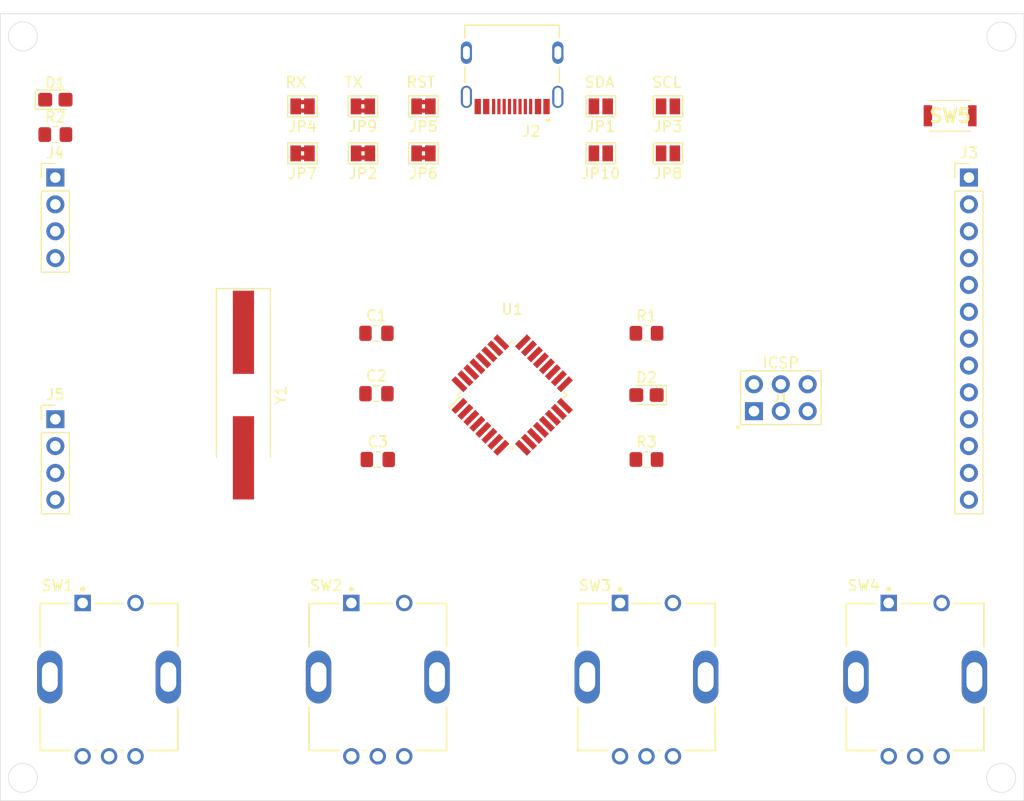
<source format=kicad_pcb>
(kicad_pcb (version 20171130) (host pcbnew "(5.1.10)-1")

  (general
    (thickness 1.6)
    (drawings 13)
    (tracks 0)
    (zones 0)
    (modules 30)
    (nets 41)
  )

  (page A4)
  (title_block
    (title "LightControl Console")
    (date 2021-08-10)
    (rev v00)
    (comment 4 "Author: GHOSCHT")
  )

  (layers
    (0 F.Cu signal)
    (31 B.Cu signal)
    (32 B.Adhes user)
    (33 F.Adhes user)
    (34 B.Paste user)
    (35 F.Paste user)
    (36 B.SilkS user)
    (37 F.SilkS user)
    (38 B.Mask user)
    (39 F.Mask user)
    (40 Dwgs.User user)
    (41 Cmts.User user)
    (42 Eco1.User user)
    (43 Eco2.User user)
    (44 Edge.Cuts user)
    (45 Margin user)
    (46 B.CrtYd user)
    (47 F.CrtYd user)
    (48 B.Fab user)
    (49 F.Fab user)
  )

  (setup
    (last_trace_width 0.25)
    (trace_clearance 0.2)
    (zone_clearance 0.508)
    (zone_45_only no)
    (trace_min 0.2)
    (via_size 0.8)
    (via_drill 0.4)
    (via_min_size 0.4)
    (via_min_drill 0.3)
    (uvia_size 0.3)
    (uvia_drill 0.1)
    (uvias_allowed no)
    (uvia_min_size 0.2)
    (uvia_min_drill 0.1)
    (edge_width 0.05)
    (segment_width 0.2)
    (pcb_text_width 0.3)
    (pcb_text_size 1.5 1.5)
    (mod_edge_width 0.12)
    (mod_text_size 1 1)
    (mod_text_width 0.15)
    (pad_size 1.524 1.524)
    (pad_drill 0.762)
    (pad_to_mask_clearance 0)
    (aux_axis_origin 0 0)
    (visible_elements 7FFFFFFF)
    (pcbplotparams
      (layerselection 0x010fc_ffffffff)
      (usegerberextensions false)
      (usegerberattributes true)
      (usegerberadvancedattributes true)
      (creategerberjobfile true)
      (excludeedgelayer true)
      (linewidth 0.100000)
      (plotframeref false)
      (viasonmask false)
      (mode 1)
      (useauxorigin false)
      (hpglpennumber 1)
      (hpglpenspeed 20)
      (hpglpendiameter 15.000000)
      (psnegative false)
      (psa4output false)
      (plotreference true)
      (plotvalue true)
      (plotinvisibletext false)
      (padsonsilk false)
      (subtractmaskfromsilk false)
      (outputformat 1)
      (mirror false)
      (drillshape 1)
      (scaleselection 1)
      (outputdirectory ""))
  )

  (net 0 "")
  (net 1 "Net-(U1-Pad19)")
  (net 2 "Net-(U1-Pad20)")
  (net 3 "Net-(U1-Pad22)")
  (net 4 GND)
  (net 5 VCC)
  (net 6 XTAL1)
  (net 7 XTAL2)
  (net 8 "Net-(D1-Pad2)")
  (net 9 MOSI)
  (net 10 SCK)
  (net 11 MISO)
  (net 12 RST)
  (net 13 "Net-(J2-PadA6)")
  (net 14 "Net-(J2-PadB7)")
  (net 15 "Net-(J2-PadA5)")
  (net 16 "Net-(J2-PadB8)")
  (net 17 "Net-(J2-PadA7)")
  (net 18 "Net-(J2-PadB6)")
  (net 19 "Net-(J2-PadA8)")
  (net 20 "Net-(J2-PadB5)")
  (net 21 BTN4)
  (net 22 BTN3)
  (net 23 BTN2)
  (net 24 BTN1)
  (net 25 ENC4B)
  (net 26 ENC4A)
  (net 27 ENC3B)
  (net 28 ENC3A)
  (net 29 ENC2B)
  (net 30 ENC2A)
  (net 31 ENC1B)
  (net 32 ENC1A)
  (net 33 TX)
  (net 34 RX)
  (net 35 SDA)
  (net 36 SCL)
  (net 37 "Net-(D2-Pad2)")
  (net 38 LED)
  (net 39 "Net-(U1-Pad3)")
  (net 40 "Net-(U1-Pad6)")

  (net_class Default "This is the default net class."
    (clearance 0.2)
    (trace_width 0.25)
    (via_dia 0.8)
    (via_drill 0.4)
    (uvia_dia 0.3)
    (uvia_drill 0.1)
    (add_net BTN1)
    (add_net BTN2)
    (add_net BTN3)
    (add_net BTN4)
    (add_net ENC1A)
    (add_net ENC1B)
    (add_net ENC2A)
    (add_net ENC2B)
    (add_net ENC3A)
    (add_net ENC3B)
    (add_net ENC4A)
    (add_net ENC4B)
    (add_net GND)
    (add_net LED)
    (add_net MISO)
    (add_net MOSI)
    (add_net "Net-(D1-Pad2)")
    (add_net "Net-(D2-Pad2)")
    (add_net "Net-(J2-PadA5)")
    (add_net "Net-(J2-PadA6)")
    (add_net "Net-(J2-PadA7)")
    (add_net "Net-(J2-PadA8)")
    (add_net "Net-(J2-PadB5)")
    (add_net "Net-(J2-PadB6)")
    (add_net "Net-(J2-PadB7)")
    (add_net "Net-(J2-PadB8)")
    (add_net "Net-(U1-Pad19)")
    (add_net "Net-(U1-Pad20)")
    (add_net "Net-(U1-Pad22)")
    (add_net "Net-(U1-Pad3)")
    (add_net "Net-(U1-Pad6)")
    (add_net RST)
    (add_net RX)
    (add_net SCK)
    (add_net SCL)
    (add_net SDA)
    (add_net TX)
    (add_net VCC)
    (add_net XTAL1)
    (add_net XTAL2)
  )

  (module AVR-ISP:AVR-ISP (layer F.Cu) (tedit 611E649A) (tstamp 611E7B2B)
    (at 167.64 75.184)
    (path /61134728)
    (fp_text reference J1 (at 0 0) (layer F.SilkS)
      (effects (font (size 0.787402 0.787402) (thickness 0.15)))
    )
    (fp_text value AVR-ISP-6 (at 0 0) (layer F.Fab)
      (effects (font (size 0.787402 0.787402) (thickness 0.15)))
    )
    (fp_text user ICSP (at 0 -3.302) (layer F.SilkS)
      (effects (font (size 1 1) (thickness 0.15)))
    )
    (fp_line (start -3.81 -2.54) (end 3.81 -2.54) (layer F.SilkS) (width 0.127))
    (fp_line (start 3.81 -2.54) (end 3.81 2.54) (layer F.SilkS) (width 0.127))
    (fp_line (start 3.81 2.54) (end -3.81 2.54) (layer F.SilkS) (width 0.127))
    (fp_line (start -3.81 2.54) (end -3.81 -2.54) (layer F.SilkS) (width 0.127))
    (fp_circle (center -4.064 2.794) (end -3.964 2.794) (layer F.SilkS) (width 0.2))
    (pad 6 thru_hole circle (at 2.54 -1.27) (size 1.7 1.7) (drill 1) (layers *.Cu *.Mask)
      (net 4 GND))
    (pad 5 thru_hole circle (at 2.54 1.27) (size 1.7 1.7) (drill 1) (layers *.Cu *.Mask)
      (net 12 RST))
    (pad 1 thru_hole rect (at -2.54 1.27) (size 1.7 1.7) (drill 1) (layers *.Cu *.Mask)
      (net 11 MISO))
    (pad 2 thru_hole circle (at -2.54 -1.27) (size 1.7 1.7) (drill 1) (layers *.Cu *.Mask)
      (net 5 VCC))
    (pad 3 thru_hole circle (at 0 1.27) (size 1.7 1.7) (drill 1) (layers *.Cu *.Mask)
      (net 10 SCK))
    (pad 4 thru_hole circle (at 0 -1.27) (size 1.7 1.7) (drill 1) (layers *.Cu *.Mask)
      (net 9 MOSI))
    (model ${KISYS3DMOD}/Connector_PinHeader_2.54mm.3dshapes/PinHeader_2x03_P2.54mm_Vertical.step
      (offset (xyz -2.5 -1.3 0))
      (scale (xyz 1 1 1))
      (rotate (xyz 0 0 -90))
    )
  )

  (module Crystal:Crystal_SMD_HC49-SD_HandSoldering (layer F.Cu) (tedit 5A1AD52C) (tstamp 611E8E51)
    (at 116.84 74.93 270)
    (descr "SMD Crystal HC-49-SD http://cdn-reichelt.de/documents/datenblatt/B400/xxx-HC49-SMD.pdf, hand-soldering, 11.4x4.7mm^2 package")
    (tags "SMD SMT crystal hand-soldering")
    (path /6113484F)
    (attr smd)
    (fp_text reference Y1 (at 0 -3.55 90) (layer F.SilkS)
      (effects (font (size 1 1) (thickness 0.15)))
    )
    (fp_text value 16MHz (at 0 3.55 90) (layer F.Fab)
      (effects (font (size 1 1) (thickness 0.15)))
    )
    (fp_line (start -5.7 -2.35) (end -5.7 2.35) (layer F.Fab) (width 0.1))
    (fp_line (start -5.7 2.35) (end 5.7 2.35) (layer F.Fab) (width 0.1))
    (fp_line (start 5.7 2.35) (end 5.7 -2.35) (layer F.Fab) (width 0.1))
    (fp_line (start 5.7 -2.35) (end -5.7 -2.35) (layer F.Fab) (width 0.1))
    (fp_line (start -3.015 -2.115) (end 3.015 -2.115) (layer F.Fab) (width 0.1))
    (fp_line (start -3.015 2.115) (end 3.015 2.115) (layer F.Fab) (width 0.1))
    (fp_line (start 5.9 -2.55) (end -10.075 -2.55) (layer F.SilkS) (width 0.12))
    (fp_line (start -10.075 -2.55) (end -10.075 2.55) (layer F.SilkS) (width 0.12))
    (fp_line (start -10.075 2.55) (end 5.9 2.55) (layer F.SilkS) (width 0.12))
    (fp_line (start -10.2 -2.6) (end -10.2 2.6) (layer F.CrtYd) (width 0.05))
    (fp_line (start -10.2 2.6) (end 10.2 2.6) (layer F.CrtYd) (width 0.05))
    (fp_line (start 10.2 2.6) (end 10.2 -2.6) (layer F.CrtYd) (width 0.05))
    (fp_line (start 10.2 -2.6) (end -10.2 -2.6) (layer F.CrtYd) (width 0.05))
    (fp_arc (start 3.015 0) (end 3.015 -2.115) (angle 180) (layer F.Fab) (width 0.1))
    (fp_arc (start -3.015 0) (end -3.015 -2.115) (angle -180) (layer F.Fab) (width 0.1))
    (fp_text user %R (at 0 0 90) (layer F.Fab)
      (effects (font (size 1 1) (thickness 0.15)))
    )
    (pad 2 smd rect (at 5.9375 0 270) (size 7.875 2) (layers F.Cu F.Paste F.Mask)
      (net 7 XTAL2))
    (pad 1 smd rect (at -5.9375 0 270) (size 7.875 2) (layers F.Cu F.Paste F.Mask)
      (net 6 XTAL1))
    (model ${KISYS3DMOD}/Crystal.3dshapes/Crystal_SMD_HC49-SD.wrl
      (at (xyz 0 0 0))
      (scale (xyz 1 1 1))
      (rotate (xyz 0 0 0))
    )
  )

  (module Jumper:SolderJumper-2_P1.3mm_Open_Pad1.0x1.5mm (layer F.Cu) (tedit 5A3EABFC) (tstamp 611335D6)
    (at 150.622 47.625 180)
    (descr "SMD Solder Jumper, 1x1.5mm Pads, 0.3mm gap, open")
    (tags "solder jumper open")
    (path /6113282A)
    (attr virtual)
    (fp_text reference JP1 (at 0 -1.905) (layer F.SilkS)
      (effects (font (size 1 1) (thickness 0.15)))
    )
    (fp_text value SolderJumper (at -14.986 0.762) (layer F.Fab)
      (effects (font (size 1 1) (thickness 0.15)))
    )
    (fp_line (start -1.4 1) (end -1.4 -1) (layer F.SilkS) (width 0.12))
    (fp_line (start 1.4 1) (end -1.4 1) (layer F.SilkS) (width 0.12))
    (fp_line (start 1.4 -1) (end 1.4 1) (layer F.SilkS) (width 0.12))
    (fp_line (start -1.4 -1) (end 1.4 -1) (layer F.SilkS) (width 0.12))
    (fp_line (start -1.65 -1.25) (end 1.65 -1.25) (layer F.CrtYd) (width 0.05))
    (fp_line (start -1.65 -1.25) (end -1.65 1.25) (layer F.CrtYd) (width 0.05))
    (fp_line (start 1.65 1.25) (end 1.65 -1.25) (layer F.CrtYd) (width 0.05))
    (fp_line (start 1.65 1.25) (end -1.65 1.25) (layer F.CrtYd) (width 0.05))
    (pad 1 smd rect (at -0.65 0 180) (size 1 1.5) (layers F.Cu F.Mask)
      (net 35 SDA))
    (pad 2 smd rect (at 0.65 0 180) (size 1 1.5) (layers F.Cu F.Mask)
      (net 13 "Net-(J2-PadA6)"))
  )

  (module HRO_TYPE-C-31-M-12:HRO_TYPE-C-31-M-12 (layer F.Cu) (tedit 6112D184) (tstamp 6112D3E1)
    (at 142.24 42.545 180)
    (path /6112D89A)
    (fp_text reference J2 (at -1.825 -7.435) (layer F.SilkS)
      (effects (font (size 1 1) (thickness 0.15)))
    )
    (fp_text value TYPE-C-31-M-12 (at 6.43 4.135) (layer F.Fab)
      (effects (font (size 1 1) (thickness 0.15)))
    )
    (fp_line (start -4.47 2.6) (end 4.47 2.6) (layer F.Fab) (width 0.127))
    (fp_line (start 4.47 2.6) (end 4.47 -4.7) (layer F.Fab) (width 0.127))
    (fp_line (start 4.47 -4.7) (end -4.47 -4.7) (layer F.Fab) (width 0.127))
    (fp_line (start -4.47 -4.7) (end -4.47 2.6) (layer F.Fab) (width 0.127))
    (fp_line (start -4.47 -2.81) (end -4.47 -1.37) (layer F.SilkS) (width 0.127))
    (fp_line (start 4.47 -2.81) (end 4.47 -1.37) (layer F.SilkS) (width 0.127))
    (fp_line (start 4.47 1.37) (end 4.47 2.6) (layer F.SilkS) (width 0.127))
    (fp_line (start 4.47 2.6) (end -4.47 2.6) (layer F.SilkS) (width 0.127))
    (fp_line (start -4.47 2.6) (end -4.47 1.37) (layer F.SilkS) (width 0.127))
    (fp_line (start -5.095 2.85) (end 5.095 2.85) (layer F.CrtYd) (width 0.05))
    (fp_line (start 5.095 2.85) (end 5.095 -6.07) (layer F.CrtYd) (width 0.05))
    (fp_line (start 5.095 -6.07) (end -5.095 -6.07) (layer F.CrtYd) (width 0.05))
    (fp_line (start -5.095 -6.07) (end -5.095 2.85) (layer F.CrtYd) (width 0.05))
    (fp_circle (center -3.4 -6.4) (end -3.3 -6.4) (layer F.Fab) (width 0.2))
    (fp_circle (center -3.4 -6.4) (end -3.3 -6.4) (layer F.SilkS) (width 0.2))
    (pad A1B12 smd rect (at -3.25 -5.095 180) (size 0.6 1.45) (layers F.Cu F.Paste F.Mask)
      (net 4 GND))
    (pad A4B9 smd rect (at -2.45 -5.095 180) (size 0.6 1.45) (layers F.Cu F.Paste F.Mask)
      (net 5 VCC))
    (pad A6 smd rect (at -0.25 -5.095 180) (size 0.3 1.45) (layers F.Cu F.Paste F.Mask)
      (net 13 "Net-(J2-PadA6)"))
    (pad B7 smd rect (at -0.75 -5.095 180) (size 0.3 1.45) (layers F.Cu F.Paste F.Mask)
      (net 14 "Net-(J2-PadB7)"))
    (pad A5 smd rect (at -1.25 -5.095 180) (size 0.3 1.45) (layers F.Cu F.Paste F.Mask)
      (net 15 "Net-(J2-PadA5)"))
    (pad B8 smd rect (at -1.75 -5.095 180) (size 0.3 1.45) (layers F.Cu F.Paste F.Mask)
      (net 16 "Net-(J2-PadB8)"))
    (pad A7 smd rect (at 0.25 -5.095 180) (size 0.3 1.45) (layers F.Cu F.Paste F.Mask)
      (net 17 "Net-(J2-PadA7)"))
    (pad B6 smd rect (at 0.75 -5.095 180) (size 0.3 1.45) (layers F.Cu F.Paste F.Mask)
      (net 18 "Net-(J2-PadB6)"))
    (pad A8 smd rect (at 1.25 -5.095 180) (size 0.3 1.45) (layers F.Cu F.Paste F.Mask)
      (net 19 "Net-(J2-PadA8)"))
    (pad B5 smd rect (at 1.75 -5.095 180) (size 0.3 1.45) (layers F.Cu F.Paste F.Mask)
      (net 20 "Net-(J2-PadB5)"))
    (pad B4A9 smd rect (at 2.45 -5.095 180) (size 0.6 1.45) (layers F.Cu F.Paste F.Mask)
      (net 5 VCC))
    (pad B1A12 smd rect (at 3.25 -5.095 180) (size 0.6 1.45) (layers F.Cu F.Paste F.Mask)
      (net 4 GND))
    (pad S1 thru_hole oval (at -4.32 -4.18 180) (size 1.05 2.1) (drill oval 0.65 1.75) (layers *.Cu *.Mask)
      (net 4 GND))
    (pad S2 thru_hole oval (at 4.32 -4.18 180) (size 1.05 2.1) (drill oval 0.65 1.75) (layers *.Cu *.Mask)
      (net 4 GND))
    (pad S3 thru_hole oval (at -4.32 0 180) (size 1.05 2.1) (drill oval 0.65 1.25) (layers *.Cu *.Mask)
      (net 4 GND))
    (pad S4 thru_hole oval (at 4.32 0 180) (size 1.05 2.1) (drill oval 0.65 1.25) (layers *.Cu *.Mask)
      (net 4 GND))
    (pad None np_thru_hole circle (at -2.89 -3.65 180) (size 0.7 0.7) (drill 0.7) (layers *.Cu *.Mask))
    (pad None np_thru_hole circle (at 2.89 -3.65 180) (size 0.7 0.7) (drill 0.7) (layers *.Cu *.Mask))
    (model ${KIPRJMOD}/Libraries/HRO_TYPE-C-31-M-12.models/TYPE-C-31-M-12.step
      (at (xyz 0 0 0))
      (scale (xyz 1 1 1))
      (rotate (xyz -90 0 0))
    )
  )

  (module Capacitor_SMD:C_0805_2012Metric_Pad1.18x1.45mm_HandSolder (layer F.Cu) (tedit 5F68FEEF) (tstamp 611E907C)
    (at 129.413 69.088)
    (descr "Capacitor SMD 0805 (2012 Metric), square (rectangular) end terminal, IPC_7351 nominal with elongated pad for handsoldering. (Body size source: IPC-SM-782 page 76, https://www.pcb-3d.com/wordpress/wp-content/uploads/ipc-sm-782a_amendment_1_and_2.pdf, https://docs.google.com/spreadsheets/d/1BsfQQcO9C6DZCsRaXUlFlo91Tg2WpOkGARC1WS5S8t0/edit?usp=sharing), generated with kicad-footprint-generator")
    (tags "capacitor handsolder")
    (path /6113DC2F)
    (attr smd)
    (fp_text reference C1 (at 0 -1.68) (layer F.SilkS)
      (effects (font (size 1 1) (thickness 0.15)))
    )
    (fp_text value 22p (at 0 1.68) (layer F.Fab)
      (effects (font (size 1 1) (thickness 0.15)))
    )
    (fp_line (start 1.88 0.98) (end -1.88 0.98) (layer F.CrtYd) (width 0.05))
    (fp_line (start 1.88 -0.98) (end 1.88 0.98) (layer F.CrtYd) (width 0.05))
    (fp_line (start -1.88 -0.98) (end 1.88 -0.98) (layer F.CrtYd) (width 0.05))
    (fp_line (start -1.88 0.98) (end -1.88 -0.98) (layer F.CrtYd) (width 0.05))
    (fp_line (start -0.261252 0.735) (end 0.261252 0.735) (layer F.SilkS) (width 0.12))
    (fp_line (start -0.261252 -0.735) (end 0.261252 -0.735) (layer F.SilkS) (width 0.12))
    (fp_line (start 1 0.625) (end -1 0.625) (layer F.Fab) (width 0.1))
    (fp_line (start 1 -0.625) (end 1 0.625) (layer F.Fab) (width 0.1))
    (fp_line (start -1 -0.625) (end 1 -0.625) (layer F.Fab) (width 0.1))
    (fp_line (start -1 0.625) (end -1 -0.625) (layer F.Fab) (width 0.1))
    (fp_text user %R (at 0 0) (layer F.Fab)
      (effects (font (size 0.5 0.5) (thickness 0.08)))
    )
    (pad 1 smd roundrect (at -1.0375 0) (size 1.175 1.45) (layers F.Cu F.Paste F.Mask) (roundrect_rratio 0.212766)
      (net 6 XTAL1))
    (pad 2 smd roundrect (at 1.0375 0) (size 1.175 1.45) (layers F.Cu F.Paste F.Mask) (roundrect_rratio 0.212766)
      (net 4 GND))
    (model ${KISYS3DMOD}/Capacitor_SMD.3dshapes/C_0805_2012Metric.wrl
      (at (xyz 0 0 0))
      (scale (xyz 1 1 1))
      (rotate (xyz 0 0 0))
    )
  )

  (module Capacitor_SMD:C_0805_2012Metric_Pad1.18x1.45mm_HandSolder (layer F.Cu) (tedit 5F68FEEF) (tstamp 611E90DD)
    (at 129.413 74.803)
    (descr "Capacitor SMD 0805 (2012 Metric), square (rectangular) end terminal, IPC_7351 nominal with elongated pad for handsoldering. (Body size source: IPC-SM-782 page 76, https://www.pcb-3d.com/wordpress/wp-content/uploads/ipc-sm-782a_amendment_1_and_2.pdf, https://docs.google.com/spreadsheets/d/1BsfQQcO9C6DZCsRaXUlFlo91Tg2WpOkGARC1WS5S8t0/edit?usp=sharing), generated with kicad-footprint-generator")
    (tags "capacitor handsolder")
    (path /611448F1)
    (attr smd)
    (fp_text reference C2 (at 0 -1.68) (layer F.SilkS)
      (effects (font (size 1 1) (thickness 0.15)))
    )
    (fp_text value 22p (at 0 1.68) (layer F.Fab)
      (effects (font (size 1 1) (thickness 0.15)))
    )
    (fp_line (start -1 0.625) (end -1 -0.625) (layer F.Fab) (width 0.1))
    (fp_line (start -1 -0.625) (end 1 -0.625) (layer F.Fab) (width 0.1))
    (fp_line (start 1 -0.625) (end 1 0.625) (layer F.Fab) (width 0.1))
    (fp_line (start 1 0.625) (end -1 0.625) (layer F.Fab) (width 0.1))
    (fp_line (start -0.261252 -0.735) (end 0.261252 -0.735) (layer F.SilkS) (width 0.12))
    (fp_line (start -0.261252 0.735) (end 0.261252 0.735) (layer F.SilkS) (width 0.12))
    (fp_line (start -1.88 0.98) (end -1.88 -0.98) (layer F.CrtYd) (width 0.05))
    (fp_line (start -1.88 -0.98) (end 1.88 -0.98) (layer F.CrtYd) (width 0.05))
    (fp_line (start 1.88 -0.98) (end 1.88 0.98) (layer F.CrtYd) (width 0.05))
    (fp_line (start 1.88 0.98) (end -1.88 0.98) (layer F.CrtYd) (width 0.05))
    (fp_text user %R (at 0 0) (layer F.Fab)
      (effects (font (size 0.5 0.5) (thickness 0.08)))
    )
    (pad 2 smd roundrect (at 1.0375 0) (size 1.175 1.45) (layers F.Cu F.Paste F.Mask) (roundrect_rratio 0.212766)
      (net 4 GND))
    (pad 1 smd roundrect (at -1.0375 0) (size 1.175 1.45) (layers F.Cu F.Paste F.Mask) (roundrect_rratio 0.212766)
      (net 7 XTAL2))
    (model ${KISYS3DMOD}/Capacitor_SMD.3dshapes/C_0805_2012Metric.wrl
      (at (xyz 0 0 0))
      (scale (xyz 1 1 1))
      (rotate (xyz 0 0 0))
    )
  )

  (module Capacitor_SMD:C_0805_2012Metric_Pad1.18x1.45mm_HandSolder (layer F.Cu) (tedit 5F68FEEF) (tstamp 611F2681)
    (at 129.54 81.026)
    (descr "Capacitor SMD 0805 (2012 Metric), square (rectangular) end terminal, IPC_7351 nominal with elongated pad for handsoldering. (Body size source: IPC-SM-782 page 76, https://www.pcb-3d.com/wordpress/wp-content/uploads/ipc-sm-782a_amendment_1_and_2.pdf, https://docs.google.com/spreadsheets/d/1BsfQQcO9C6DZCsRaXUlFlo91Tg2WpOkGARC1WS5S8t0/edit?usp=sharing), generated with kicad-footprint-generator")
    (tags "capacitor handsolder")
    (path /6115564D)
    (attr smd)
    (fp_text reference C3 (at 0 -1.68) (layer F.SilkS)
      (effects (font (size 1 1) (thickness 0.15)))
    )
    (fp_text value 100n (at 0 1.68) (layer F.Fab)
      (effects (font (size 1 1) (thickness 0.15)))
    )
    (fp_line (start 1.88 0.98) (end -1.88 0.98) (layer F.CrtYd) (width 0.05))
    (fp_line (start 1.88 -0.98) (end 1.88 0.98) (layer F.CrtYd) (width 0.05))
    (fp_line (start -1.88 -0.98) (end 1.88 -0.98) (layer F.CrtYd) (width 0.05))
    (fp_line (start -1.88 0.98) (end -1.88 -0.98) (layer F.CrtYd) (width 0.05))
    (fp_line (start -0.261252 0.735) (end 0.261252 0.735) (layer F.SilkS) (width 0.12))
    (fp_line (start -0.261252 -0.735) (end 0.261252 -0.735) (layer F.SilkS) (width 0.12))
    (fp_line (start 1 0.625) (end -1 0.625) (layer F.Fab) (width 0.1))
    (fp_line (start 1 -0.625) (end 1 0.625) (layer F.Fab) (width 0.1))
    (fp_line (start -1 -0.625) (end 1 -0.625) (layer F.Fab) (width 0.1))
    (fp_line (start -1 0.625) (end -1 -0.625) (layer F.Fab) (width 0.1))
    (fp_text user %R (at 0 0) (layer F.Fab)
      (effects (font (size 0.5 0.5) (thickness 0.08)))
    )
    (pad 1 smd roundrect (at -1.0375 0) (size 1.175 1.45) (layers F.Cu F.Paste F.Mask) (roundrect_rratio 0.212766)
      (net 5 VCC))
    (pad 2 smd roundrect (at 1.0375 0) (size 1.175 1.45) (layers F.Cu F.Paste F.Mask) (roundrect_rratio 0.212766)
      (net 4 GND))
    (model ${KISYS3DMOD}/Capacitor_SMD.3dshapes/C_0805_2012Metric.wrl
      (at (xyz 0 0 0))
      (scale (xyz 1 1 1))
      (rotate (xyz 0 0 0))
    )
  )

  (module Jumper:SolderJumper-2_P1.3mm_Open_Pad1.0x1.5mm (layer F.Cu) (tedit 5A3EABFC) (tstamp 61133C33)
    (at 156.972 47.625 180)
    (descr "SMD Solder Jumper, 1x1.5mm Pads, 0.3mm gap, open")
    (tags "solder jumper open")
    (path /6118262C)
    (attr virtual)
    (fp_text reference JP3 (at 0 -1.905) (layer F.SilkS)
      (effects (font (size 1 1) (thickness 0.15)))
    )
    (fp_text value SolderJumper (at -8.636 -0.762) (layer F.Fab)
      (effects (font (size 1 1) (thickness 0.15)))
    )
    (fp_line (start 1.65 1.25) (end -1.65 1.25) (layer F.CrtYd) (width 0.05))
    (fp_line (start 1.65 1.25) (end 1.65 -1.25) (layer F.CrtYd) (width 0.05))
    (fp_line (start -1.65 -1.25) (end -1.65 1.25) (layer F.CrtYd) (width 0.05))
    (fp_line (start -1.65 -1.25) (end 1.65 -1.25) (layer F.CrtYd) (width 0.05))
    (fp_line (start -1.4 -1) (end 1.4 -1) (layer F.SilkS) (width 0.12))
    (fp_line (start 1.4 -1) (end 1.4 1) (layer F.SilkS) (width 0.12))
    (fp_line (start 1.4 1) (end -1.4 1) (layer F.SilkS) (width 0.12))
    (fp_line (start -1.4 1) (end -1.4 -1) (layer F.SilkS) (width 0.12))
    (pad 2 smd rect (at 0.65 0 180) (size 1 1.5) (layers F.Cu F.Mask)
      (net 17 "Net-(J2-PadA7)"))
    (pad 1 smd rect (at -0.65 0 180) (size 1 1.5) (layers F.Cu F.Mask)
      (net 36 SCL))
  )

  (module Jumper:SolderJumper-2_P1.3mm_Open_Pad1.0x1.5mm (layer F.Cu) (tedit 5A3EABFC) (tstamp 61133C79)
    (at 156.972 52.07)
    (descr "SMD Solder Jumper, 1x1.5mm Pads, 0.3mm gap, open")
    (tags "solder jumper open")
    (path /611A3587)
    (attr virtual)
    (fp_text reference JP8 (at 0 1.905) (layer F.SilkS)
      (effects (font (size 1 1) (thickness 0.15)))
    )
    (fp_text value SolderJumper (at 8.636 -0.889) (layer F.Fab)
      (effects (font (size 1 1) (thickness 0.15)))
    )
    (fp_line (start 1.65 1.25) (end -1.65 1.25) (layer F.CrtYd) (width 0.05))
    (fp_line (start 1.65 1.25) (end 1.65 -1.25) (layer F.CrtYd) (width 0.05))
    (fp_line (start -1.65 -1.25) (end -1.65 1.25) (layer F.CrtYd) (width 0.05))
    (fp_line (start -1.65 -1.25) (end 1.65 -1.25) (layer F.CrtYd) (width 0.05))
    (fp_line (start -1.4 -1) (end 1.4 -1) (layer F.SilkS) (width 0.12))
    (fp_line (start 1.4 -1) (end 1.4 1) (layer F.SilkS) (width 0.12))
    (fp_line (start 1.4 1) (end -1.4 1) (layer F.SilkS) (width 0.12))
    (fp_line (start -1.4 1) (end -1.4 -1) (layer F.SilkS) (width 0.12))
    (pad 2 smd rect (at 0.65 0) (size 1 1.5) (layers F.Cu F.Mask)
      (net 36 SCL))
    (pad 1 smd rect (at -0.65 0) (size 1 1.5) (layers F.Cu F.Mask)
      (net 14 "Net-(J2-PadB7)"))
  )

  (module Jumper:SolderJumper-2_P1.3mm_Open_Pad1.0x1.5mm (layer F.Cu) (tedit 5A3EABFC) (tstamp 61133C95)
    (at 150.622 52.07)
    (descr "SMD Solder Jumper, 1x1.5mm Pads, 0.3mm gap, open")
    (tags "solder jumper open")
    (path /611A3577)
    (attr virtual)
    (fp_text reference JP10 (at 0 1.905) (layer F.SilkS)
      (effects (font (size 1 1) (thickness 0.15)))
    )
    (fp_text value SolderJumper (at 14.986 -2.286) (layer F.Fab)
      (effects (font (size 1 1) (thickness 0.15)))
    )
    (fp_line (start 1.65 1.25) (end -1.65 1.25) (layer F.CrtYd) (width 0.05))
    (fp_line (start 1.65 1.25) (end 1.65 -1.25) (layer F.CrtYd) (width 0.05))
    (fp_line (start -1.65 -1.25) (end -1.65 1.25) (layer F.CrtYd) (width 0.05))
    (fp_line (start -1.65 -1.25) (end 1.65 -1.25) (layer F.CrtYd) (width 0.05))
    (fp_line (start -1.4 -1) (end 1.4 -1) (layer F.SilkS) (width 0.12))
    (fp_line (start 1.4 -1) (end 1.4 1) (layer F.SilkS) (width 0.12))
    (fp_line (start 1.4 1) (end -1.4 1) (layer F.SilkS) (width 0.12))
    (fp_line (start -1.4 1) (end -1.4 -1) (layer F.SilkS) (width 0.12))
    (pad 2 smd rect (at 0.65 0) (size 1 1.5) (layers F.Cu F.Mask)
      (net 35 SDA))
    (pad 1 smd rect (at -0.65 0) (size 1 1.5) (layers F.Cu F.Mask)
      (net 18 "Net-(J2-PadB6)"))
  )

  (module Resistor_SMD:R_0805_2012Metric_Pad1.20x1.40mm_HandSolder (layer F.Cu) (tedit 5F68FEEE) (tstamp 611E7CDB)
    (at 154.94 69.088)
    (descr "Resistor SMD 0805 (2012 Metric), square (rectangular) end terminal, IPC_7351 nominal with elongated pad for handsoldering. (Body size source: IPC-SM-782 page 72, https://www.pcb-3d.com/wordpress/wp-content/uploads/ipc-sm-782a_amendment_1_and_2.pdf), generated with kicad-footprint-generator")
    (tags "resistor handsolder")
    (path /611669B4)
    (attr smd)
    (fp_text reference R1 (at 0 -1.65) (layer F.SilkS)
      (effects (font (size 1 1) (thickness 0.15)))
    )
    (fp_text value 10k (at 0 1.65) (layer F.Fab)
      (effects (font (size 1 1) (thickness 0.15)))
    )
    (fp_line (start 1.85 0.95) (end -1.85 0.95) (layer F.CrtYd) (width 0.05))
    (fp_line (start 1.85 -0.95) (end 1.85 0.95) (layer F.CrtYd) (width 0.05))
    (fp_line (start -1.85 -0.95) (end 1.85 -0.95) (layer F.CrtYd) (width 0.05))
    (fp_line (start -1.85 0.95) (end -1.85 -0.95) (layer F.CrtYd) (width 0.05))
    (fp_line (start -0.227064 0.735) (end 0.227064 0.735) (layer F.SilkS) (width 0.12))
    (fp_line (start -0.227064 -0.735) (end 0.227064 -0.735) (layer F.SilkS) (width 0.12))
    (fp_line (start 1 0.625) (end -1 0.625) (layer F.Fab) (width 0.1))
    (fp_line (start 1 -0.625) (end 1 0.625) (layer F.Fab) (width 0.1))
    (fp_line (start -1 -0.625) (end 1 -0.625) (layer F.Fab) (width 0.1))
    (fp_line (start -1 0.625) (end -1 -0.625) (layer F.Fab) (width 0.1))
    (fp_text user %R (at 0 0) (layer F.Fab)
      (effects (font (size 0.5 0.5) (thickness 0.08)))
    )
    (pad 1 smd roundrect (at -1 0) (size 1.2 1.4) (layers F.Cu F.Paste F.Mask) (roundrect_rratio 0.208333)
      (net 12 RST))
    (pad 2 smd roundrect (at 1 0) (size 1.2 1.4) (layers F.Cu F.Paste F.Mask) (roundrect_rratio 0.208333)
      (net 5 VCC))
    (model ${KISYS3DMOD}/Resistor_SMD.3dshapes/R_0805_2012Metric.wrl
      (at (xyz 0 0 0))
      (scale (xyz 1 1 1))
      (rotate (xyz 0 0 0))
    )
  )

  (module LED_SMD:LED_0805_2012Metric_Castellated (layer F.Cu) (tedit 5F68FEF1) (tstamp 61139289)
    (at 99.06 46.99)
    (descr "LED SMD 0805 (2012 Metric), castellated end terminal, IPC_7351 nominal, (Body size source: https://docs.google.com/spreadsheets/d/1BsfQQcO9C6DZCsRaXUlFlo91Tg2WpOkGARC1WS5S8t0/edit?usp=sharing), generated with kicad-footprint-generator")
    (tags "LED castellated")
    (path /6113FB23)
    (attr smd)
    (fp_text reference D1 (at 0 -1.6) (layer F.SilkS)
      (effects (font (size 1 1) (thickness 0.15)))
    )
    (fp_text value 17-21/BHC-XL2M2TY/3T (at -2.794 6.35 90) (layer F.Fab)
      (effects (font (size 1 1) (thickness 0.15)))
    )
    (fp_line (start 1.88 0.9) (end -1.88 0.9) (layer F.CrtYd) (width 0.05))
    (fp_line (start 1.88 -0.9) (end 1.88 0.9) (layer F.CrtYd) (width 0.05))
    (fp_line (start -1.88 -0.9) (end 1.88 -0.9) (layer F.CrtYd) (width 0.05))
    (fp_line (start -1.88 0.9) (end -1.88 -0.9) (layer F.CrtYd) (width 0.05))
    (fp_line (start -1.885 0.91) (end 1 0.91) (layer F.SilkS) (width 0.12))
    (fp_line (start -1.885 -0.91) (end -1.885 0.91) (layer F.SilkS) (width 0.12))
    (fp_line (start 1 -0.91) (end -1.885 -0.91) (layer F.SilkS) (width 0.12))
    (fp_line (start 1 0.6) (end 1 -0.6) (layer F.Fab) (width 0.1))
    (fp_line (start -1 0.6) (end 1 0.6) (layer F.Fab) (width 0.1))
    (fp_line (start -1 -0.3) (end -1 0.6) (layer F.Fab) (width 0.1))
    (fp_line (start -0.7 -0.6) (end -1 -0.3) (layer F.Fab) (width 0.1))
    (fp_line (start 1 -0.6) (end -0.7 -0.6) (layer F.Fab) (width 0.1))
    (fp_text user %R (at 0 0) (layer F.Fab)
      (effects (font (size 0.5 0.5) (thickness 0.08)))
    )
    (pad 1 smd roundrect (at -0.9625 0) (size 1.325 1.3) (layers F.Cu F.Paste F.Mask) (roundrect_rratio 0.192308)
      (net 4 GND))
    (pad 2 smd roundrect (at 0.9625 0) (size 1.325 1.3) (layers F.Cu F.Paste F.Mask) (roundrect_rratio 0.192308)
      (net 8 "Net-(D1-Pad2)"))
    (model ${KISYS3DMOD}/LED_SMD.3dshapes/LED_0805_2012Metric_Castellated.wrl
      (at (xyz 0 0 0))
      (scale (xyz 1 1 1))
      (rotate (xyz 0 0 0))
    )
  )

  (module Resistor_SMD:R_0805_2012Metric_Pad1.20x1.40mm_HandSolder (layer F.Cu) (tedit 5F68FEEE) (tstamp 611392F4)
    (at 99.06 50.292)
    (descr "Resistor SMD 0805 (2012 Metric), square (rectangular) end terminal, IPC_7351 nominal with elongated pad for handsoldering. (Body size source: IPC-SM-782 page 72, https://www.pcb-3d.com/wordpress/wp-content/uploads/ipc-sm-782a_amendment_1_and_2.pdf), generated with kicad-footprint-generator")
    (tags "resistor handsolder")
    (path /6114AFDD)
    (attr smd)
    (fp_text reference R2 (at 0 -1.65) (layer F.SilkS)
      (effects (font (size 1 1) (thickness 0.15)))
    )
    (fp_text value 200 (at 0 1.65) (layer F.Fab)
      (effects (font (size 1 1) (thickness 0.15)))
    )
    (fp_line (start 1.85 0.95) (end -1.85 0.95) (layer F.CrtYd) (width 0.05))
    (fp_line (start 1.85 -0.95) (end 1.85 0.95) (layer F.CrtYd) (width 0.05))
    (fp_line (start -1.85 -0.95) (end 1.85 -0.95) (layer F.CrtYd) (width 0.05))
    (fp_line (start -1.85 0.95) (end -1.85 -0.95) (layer F.CrtYd) (width 0.05))
    (fp_line (start -0.227064 0.735) (end 0.227064 0.735) (layer F.SilkS) (width 0.12))
    (fp_line (start -0.227064 -0.735) (end 0.227064 -0.735) (layer F.SilkS) (width 0.12))
    (fp_line (start 1 0.625) (end -1 0.625) (layer F.Fab) (width 0.1))
    (fp_line (start 1 -0.625) (end 1 0.625) (layer F.Fab) (width 0.1))
    (fp_line (start -1 -0.625) (end 1 -0.625) (layer F.Fab) (width 0.1))
    (fp_line (start -1 0.625) (end -1 -0.625) (layer F.Fab) (width 0.1))
    (fp_text user %R (at 0 0) (layer F.Fab)
      (effects (font (size 0.5 0.5) (thickness 0.08)))
    )
    (pad 1 smd roundrect (at -1 0) (size 1.2 1.4) (layers F.Cu F.Paste F.Mask) (roundrect_rratio 0.208333)
      (net 8 "Net-(D1-Pad2)"))
    (pad 2 smd roundrect (at 1 0) (size 1.2 1.4) (layers F.Cu F.Paste F.Mask) (roundrect_rratio 0.208333)
      (net 5 VCC))
    (model ${KISYS3DMOD}/Resistor_SMD.3dshapes/R_0805_2012Metric.wrl
      (at (xyz 0 0 0))
      (scale (xyz 1 1 1))
      (rotate (xyz 0 0 0))
    )
  )

  (module Jumper:SolderJumper-2_P1.3mm_Bridged2Bar_Pad1.0x1.5mm (layer F.Cu) (tedit 5C756A82) (tstamp 611F2E43)
    (at 128.143 52.07)
    (descr "SMD Solder Jumper, 1x1.5mm Pads, 0.3mm gap, bridged with 2 copper strips")
    (tags "solder jumper open")
    (path /611AC9C3)
    (attr virtual)
    (fp_text reference JP2 (at 0 1.905) (layer F.SilkS)
      (effects (font (size 1 1) (thickness 0.15)))
    )
    (fp_text value SolderJumper_Bridged (at -16.256 -3.937) (layer F.Fab)
      (effects (font (size 1 1) (thickness 0.15)))
    )
    (fp_line (start -1.4 1) (end -1.4 -1) (layer F.SilkS) (width 0.12))
    (fp_line (start 1.4 1) (end -1.4 1) (layer F.SilkS) (width 0.12))
    (fp_line (start 1.4 -1) (end 1.4 1) (layer F.SilkS) (width 0.12))
    (fp_line (start -1.4 -1) (end 1.4 -1) (layer F.SilkS) (width 0.12))
    (fp_line (start -1.65 -1.25) (end 1.65 -1.25) (layer F.CrtYd) (width 0.05))
    (fp_line (start -1.65 -1.25) (end -1.65 1.25) (layer F.CrtYd) (width 0.05))
    (fp_line (start 1.65 1.25) (end 1.65 -1.25) (layer F.CrtYd) (width 0.05))
    (fp_line (start 1.65 1.25) (end -1.65 1.25) (layer F.CrtYd) (width 0.05))
    (fp_poly (pts (xy -0.25 0.2) (xy 0.25 0.2) (xy 0.25 0.6) (xy -0.25 0.6)) (layer F.Cu) (width 0))
    (fp_poly (pts (xy -0.25 -0.6) (xy 0.25 -0.6) (xy 0.25 -0.2) (xy -0.25 -0.2)) (layer F.Cu) (width 0))
    (pad 2 smd rect (at 0.65 0) (size 1 1.5) (layers F.Cu F.Mask)
      (net 13 "Net-(J2-PadA6)"))
    (pad 1 smd rect (at -0.65 0) (size 1 1.5) (layers F.Cu F.Mask)
      (net 33 TX))
  )

  (module Jumper:SolderJumper-2_P1.3mm_Bridged2Bar_Pad1.0x1.5mm (layer F.Cu) (tedit 5C756A82) (tstamp 6119891D)
    (at 122.428 47.625)
    (descr "SMD Solder Jumper, 1x1.5mm Pads, 0.3mm gap, bridged with 2 copper strips")
    (tags "solder jumper open")
    (path /611AE464)
    (attr virtual)
    (fp_text reference JP4 (at 0 1.905) (layer F.SilkS)
      (effects (font (size 1 1) (thickness 0.15)))
    )
    (fp_text value SolderJumper_Bridged (at 10.033 -0.508) (layer F.Fab)
      (effects (font (size 1 1) (thickness 0.15)))
    )
    (fp_poly (pts (xy -0.25 -0.6) (xy 0.25 -0.6) (xy 0.25 -0.2) (xy -0.25 -0.2)) (layer F.Cu) (width 0))
    (fp_poly (pts (xy -0.25 0.2) (xy 0.25 0.2) (xy 0.25 0.6) (xy -0.25 0.6)) (layer F.Cu) (width 0))
    (fp_line (start 1.65 1.25) (end -1.65 1.25) (layer F.CrtYd) (width 0.05))
    (fp_line (start 1.65 1.25) (end 1.65 -1.25) (layer F.CrtYd) (width 0.05))
    (fp_line (start -1.65 -1.25) (end -1.65 1.25) (layer F.CrtYd) (width 0.05))
    (fp_line (start -1.65 -1.25) (end 1.65 -1.25) (layer F.CrtYd) (width 0.05))
    (fp_line (start -1.4 -1) (end 1.4 -1) (layer F.SilkS) (width 0.12))
    (fp_line (start 1.4 -1) (end 1.4 1) (layer F.SilkS) (width 0.12))
    (fp_line (start 1.4 1) (end -1.4 1) (layer F.SilkS) (width 0.12))
    (fp_line (start -1.4 1) (end -1.4 -1) (layer F.SilkS) (width 0.12))
    (pad 1 smd rect (at -0.65 0) (size 1 1.5) (layers F.Cu F.Mask)
      (net 34 RX))
    (pad 2 smd rect (at 0.65 0) (size 1 1.5) (layers F.Cu F.Mask)
      (net 17 "Net-(J2-PadA7)"))
  )

  (module Jumper:SolderJumper-2_P1.3mm_Bridged2Bar_Pad1.0x1.5mm (layer F.Cu) (tedit 5C756A82) (tstamp 6119892D)
    (at 133.858 47.625 180)
    (descr "SMD Solder Jumper, 1x1.5mm Pads, 0.3mm gap, bridged with 2 copper strips")
    (tags "solder jumper open")
    (path /611AECF9)
    (attr virtual)
    (fp_text reference JP5 (at 0 -1.905) (layer F.SilkS)
      (effects (font (size 1 1) (thickness 0.15)))
    )
    (fp_text value SolderJumper_Bridged (at 21.971 1.016) (layer F.Fab)
      (effects (font (size 1 1) (thickness 0.15)))
    )
    (fp_line (start -1.4 1) (end -1.4 -1) (layer F.SilkS) (width 0.12))
    (fp_line (start 1.4 1) (end -1.4 1) (layer F.SilkS) (width 0.12))
    (fp_line (start 1.4 -1) (end 1.4 1) (layer F.SilkS) (width 0.12))
    (fp_line (start -1.4 -1) (end 1.4 -1) (layer F.SilkS) (width 0.12))
    (fp_line (start -1.65 -1.25) (end 1.65 -1.25) (layer F.CrtYd) (width 0.05))
    (fp_line (start -1.65 -1.25) (end -1.65 1.25) (layer F.CrtYd) (width 0.05))
    (fp_line (start 1.65 1.25) (end 1.65 -1.25) (layer F.CrtYd) (width 0.05))
    (fp_line (start 1.65 1.25) (end -1.65 1.25) (layer F.CrtYd) (width 0.05))
    (fp_poly (pts (xy -0.25 0.2) (xy 0.25 0.2) (xy 0.25 0.6) (xy -0.25 0.6)) (layer F.Cu) (width 0))
    (fp_poly (pts (xy -0.25 -0.6) (xy 0.25 -0.6) (xy 0.25 -0.2) (xy -0.25 -0.2)) (layer F.Cu) (width 0))
    (pad 2 smd rect (at 0.65 0 180) (size 1 1.5) (layers F.Cu F.Mask)
      (net 19 "Net-(J2-PadA8)"))
    (pad 1 smd rect (at -0.65 0 180) (size 1 1.5) (layers F.Cu F.Mask)
      (net 12 RST))
  )

  (module Jumper:SolderJumper-2_P1.3mm_Bridged2Bar_Pad1.0x1.5mm (layer F.Cu) (tedit 5C756A82) (tstamp 6119893D)
    (at 133.858 52.07)
    (descr "SMD Solder Jumper, 1x1.5mm Pads, 0.3mm gap, bridged with 2 copper strips")
    (tags "solder jumper open")
    (path /611AF363)
    (attr virtual)
    (fp_text reference JP6 (at 0 1.905) (layer F.SilkS)
      (effects (font (size 1 1) (thickness 0.15)))
    )
    (fp_text value SolderJumper_Bridged (at -21.971 -0.889) (layer F.Fab)
      (effects (font (size 1 1) (thickness 0.15)))
    )
    (fp_poly (pts (xy -0.25 -0.6) (xy 0.25 -0.6) (xy 0.25 -0.2) (xy -0.25 -0.2)) (layer F.Cu) (width 0))
    (fp_poly (pts (xy -0.25 0.2) (xy 0.25 0.2) (xy 0.25 0.6) (xy -0.25 0.6)) (layer F.Cu) (width 0))
    (fp_line (start 1.65 1.25) (end -1.65 1.25) (layer F.CrtYd) (width 0.05))
    (fp_line (start 1.65 1.25) (end 1.65 -1.25) (layer F.CrtYd) (width 0.05))
    (fp_line (start -1.65 -1.25) (end -1.65 1.25) (layer F.CrtYd) (width 0.05))
    (fp_line (start -1.65 -1.25) (end 1.65 -1.25) (layer F.CrtYd) (width 0.05))
    (fp_line (start -1.4 -1) (end 1.4 -1) (layer F.SilkS) (width 0.12))
    (fp_line (start 1.4 -1) (end 1.4 1) (layer F.SilkS) (width 0.12))
    (fp_line (start 1.4 1) (end -1.4 1) (layer F.SilkS) (width 0.12))
    (fp_line (start -1.4 1) (end -1.4 -1) (layer F.SilkS) (width 0.12))
    (pad 1 smd rect (at -0.65 0) (size 1 1.5) (layers F.Cu F.Mask)
      (net 16 "Net-(J2-PadB8)"))
    (pad 2 smd rect (at 0.65 0) (size 1 1.5) (layers F.Cu F.Mask)
      (net 12 RST))
  )

  (module Jumper:SolderJumper-2_P1.3mm_Bridged2Bar_Pad1.0x1.5mm (layer F.Cu) (tedit 5C756A82) (tstamp 6119894D)
    (at 122.428 52.07 180)
    (descr "SMD Solder Jumper, 1x1.5mm Pads, 0.3mm gap, bridged with 2 copper strips")
    (tags "solder jumper open")
    (path /611B0523)
    (attr virtual)
    (fp_text reference JP7 (at 0 -1.905) (layer F.SilkS)
      (effects (font (size 1 1) (thickness 0.15)))
    )
    (fp_text value SolderJumper_Bridged (at 10.541 2.413) (layer F.Fab)
      (effects (font (size 1 1) (thickness 0.15)))
    )
    (fp_poly (pts (xy -0.25 -0.6) (xy 0.25 -0.6) (xy 0.25 -0.2) (xy -0.25 -0.2)) (layer F.Cu) (width 0))
    (fp_poly (pts (xy -0.25 0.2) (xy 0.25 0.2) (xy 0.25 0.6) (xy -0.25 0.6)) (layer F.Cu) (width 0))
    (fp_line (start 1.65 1.25) (end -1.65 1.25) (layer F.CrtYd) (width 0.05))
    (fp_line (start 1.65 1.25) (end 1.65 -1.25) (layer F.CrtYd) (width 0.05))
    (fp_line (start -1.65 -1.25) (end -1.65 1.25) (layer F.CrtYd) (width 0.05))
    (fp_line (start -1.65 -1.25) (end 1.65 -1.25) (layer F.CrtYd) (width 0.05))
    (fp_line (start -1.4 -1) (end 1.4 -1) (layer F.SilkS) (width 0.12))
    (fp_line (start 1.4 -1) (end 1.4 1) (layer F.SilkS) (width 0.12))
    (fp_line (start 1.4 1) (end -1.4 1) (layer F.SilkS) (width 0.12))
    (fp_line (start -1.4 1) (end -1.4 -1) (layer F.SilkS) (width 0.12))
    (pad 1 smd rect (at -0.65 0 180) (size 1 1.5) (layers F.Cu F.Mask)
      (net 14 "Net-(J2-PadB7)"))
    (pad 2 smd rect (at 0.65 0 180) (size 1 1.5) (layers F.Cu F.Mask)
      (net 34 RX))
  )

  (module Jumper:SolderJumper-2_P1.3mm_Bridged2Bar_Pad1.0x1.5mm (layer F.Cu) (tedit 5C756A82) (tstamp 6119895D)
    (at 128.128 47.625 180)
    (descr "SMD Solder Jumper, 1x1.5mm Pads, 0.3mm gap, bridged with 2 copper strips")
    (tags "solder jumper open")
    (path /611B0A60)
    (attr virtual)
    (fp_text reference JP9 (at 0 -1.905) (layer F.SilkS)
      (effects (font (size 1 1) (thickness 0.15)))
    )
    (fp_text value SolderJumper_Bridged (at 16.241 2.54) (layer F.Fab)
      (effects (font (size 1 1) (thickness 0.15)))
    )
    (fp_line (start -1.4 1) (end -1.4 -1) (layer F.SilkS) (width 0.12))
    (fp_line (start 1.4 1) (end -1.4 1) (layer F.SilkS) (width 0.12))
    (fp_line (start 1.4 -1) (end 1.4 1) (layer F.SilkS) (width 0.12))
    (fp_line (start -1.4 -1) (end 1.4 -1) (layer F.SilkS) (width 0.12))
    (fp_line (start -1.65 -1.25) (end 1.65 -1.25) (layer F.CrtYd) (width 0.05))
    (fp_line (start -1.65 -1.25) (end -1.65 1.25) (layer F.CrtYd) (width 0.05))
    (fp_line (start 1.65 1.25) (end 1.65 -1.25) (layer F.CrtYd) (width 0.05))
    (fp_line (start 1.65 1.25) (end -1.65 1.25) (layer F.CrtYd) (width 0.05))
    (fp_poly (pts (xy -0.25 0.2) (xy 0.25 0.2) (xy 0.25 0.6) (xy -0.25 0.6)) (layer F.Cu) (width 0))
    (fp_poly (pts (xy -0.25 -0.6) (xy 0.25 -0.6) (xy 0.25 -0.2) (xy -0.25 -0.2)) (layer F.Cu) (width 0))
    (pad 2 smd rect (at 0.65 0 180) (size 1 1.5) (layers F.Cu F.Mask)
      (net 33 TX))
    (pad 1 smd rect (at -0.65 0 180) (size 1 1.5) (layers F.Cu F.Mask)
      (net 18 "Net-(J2-PadB6)"))
  )

  (module SKRKAEE020:SKRKAEE020 (layer F.Cu) (tedit 0) (tstamp 6119896E)
    (at 183.642 48.514)
    (descr SKRKAEE020)
    (tags Switch)
    (path /6132D0B4)
    (attr smd)
    (fp_text reference SW5 (at 0 0) (layer F.SilkS)
      (effects (font (size 1.27 1.27) (thickness 0.254)))
    )
    (fp_text value SW_Push (at 0 0) (layer F.SilkS) hide
      (effects (font (size 1.27 1.27) (thickness 0.254)))
    )
    (fp_line (start -1.95 -1.45) (end 1.95 -1.45) (layer F.SilkS) (width 0.1))
    (fp_line (start -1.95 1.45) (end 1.95 1.45) (layer F.SilkS) (width 0.1))
    (fp_line (start -3.5 2.45) (end -3.5 -2.45) (layer F.CrtYd) (width 0.1))
    (fp_line (start 3.5 2.45) (end -3.5 2.45) (layer F.CrtYd) (width 0.1))
    (fp_line (start 3.5 -2.45) (end 3.5 2.45) (layer F.CrtYd) (width 0.1))
    (fp_line (start -3.5 -2.45) (end 3.5 -2.45) (layer F.CrtYd) (width 0.1))
    (fp_line (start -1.95 1.45) (end -1.95 -1.45) (layer F.Fab) (width 0.2))
    (fp_line (start 1.95 1.45) (end -1.95 1.45) (layer F.Fab) (width 0.2))
    (fp_line (start 1.95 -1.45) (end 1.95 1.45) (layer F.Fab) (width 0.2))
    (fp_line (start -1.95 -1.45) (end 1.95 -1.45) (layer F.Fab) (width 0.2))
    (fp_text user %R (at 0 0) (layer F.Fab)
      (effects (font (size 1.27 1.27) (thickness 0.254)))
    )
    (pad 1 smd rect (at -2.1 0) (size 0.8 2) (layers F.Cu F.Paste F.Mask)
      (net 12 RST))
    (pad 2 smd rect (at 2.1 0) (size 0.8 2) (layers F.Cu F.Paste F.Mask)
      (net 4 GND))
    (model ${KIPRJMOD}/Libraries/SKRKAEE020.models/SKRKAEE020.stp
      (offset (xyz 0 0 0.7499999887361273))
      (scale (xyz 1 1 1))
      (rotate (xyz -90 0 0))
    )
  )

  (module LED_SMD:LED_0805_2012Metric_Castellated (layer F.Cu) (tedit 5F68FEF1) (tstamp 611BEFF3)
    (at 154.94 74.93 180)
    (descr "LED SMD 0805 (2012 Metric), castellated end terminal, IPC_7351 nominal, (Body size source: https://docs.google.com/spreadsheets/d/1BsfQQcO9C6DZCsRaXUlFlo91Tg2WpOkGARC1WS5S8t0/edit?usp=sharing), generated with kicad-footprint-generator")
    (tags "LED castellated")
    (path /61D1A3B1)
    (attr smd)
    (fp_text reference D2 (at 0 1.651) (layer F.SilkS)
      (effects (font (size 1 1) (thickness 0.15)))
    )
    (fp_text value 17-21/BHC-XL2M2TY/3T (at -3.048 0.635 90) (layer F.Fab)
      (effects (font (size 1 1) (thickness 0.15)))
    )
    (fp_line (start 1 -0.6) (end -0.7 -0.6) (layer F.Fab) (width 0.1))
    (fp_line (start -0.7 -0.6) (end -1 -0.3) (layer F.Fab) (width 0.1))
    (fp_line (start -1 -0.3) (end -1 0.6) (layer F.Fab) (width 0.1))
    (fp_line (start -1 0.6) (end 1 0.6) (layer F.Fab) (width 0.1))
    (fp_line (start 1 0.6) (end 1 -0.6) (layer F.Fab) (width 0.1))
    (fp_line (start 1 -0.91) (end -1.885 -0.91) (layer F.SilkS) (width 0.12))
    (fp_line (start -1.885 -0.91) (end -1.885 0.91) (layer F.SilkS) (width 0.12))
    (fp_line (start -1.885 0.91) (end 1 0.91) (layer F.SilkS) (width 0.12))
    (fp_line (start -1.88 0.9) (end -1.88 -0.9) (layer F.CrtYd) (width 0.05))
    (fp_line (start -1.88 -0.9) (end 1.88 -0.9) (layer F.CrtYd) (width 0.05))
    (fp_line (start 1.88 -0.9) (end 1.88 0.9) (layer F.CrtYd) (width 0.05))
    (fp_line (start 1.88 0.9) (end -1.88 0.9) (layer F.CrtYd) (width 0.05))
    (fp_text user %R (at 0 0) (layer F.Fab)
      (effects (font (size 0.5 0.5) (thickness 0.08)))
    )
    (pad 1 smd roundrect (at -0.9625 0 180) (size 1.325 1.3) (layers F.Cu F.Paste F.Mask) (roundrect_rratio 0.192308)
      (net 4 GND))
    (pad 2 smd roundrect (at 0.9625 0 180) (size 1.325 1.3) (layers F.Cu F.Paste F.Mask) (roundrect_rratio 0.192308)
      (net 37 "Net-(D2-Pad2)"))
    (model ${KISYS3DMOD}/LED_SMD.3dshapes/LED_0805_2012Metric_Castellated.wrl
      (at (xyz 0 0 0))
      (scale (xyz 1 1 1))
      (rotate (xyz 0 0 0))
    )
  )

  (module Resistor_SMD:R_0805_2012Metric_Pad1.20x1.40mm_HandSolder (layer F.Cu) (tedit 5F68FEEE) (tstamp 611BF004)
    (at 154.94 81.026 180)
    (descr "Resistor SMD 0805 (2012 Metric), square (rectangular) end terminal, IPC_7351 nominal with elongated pad for handsoldering. (Body size source: IPC-SM-782 page 72, https://www.pcb-3d.com/wordpress/wp-content/uploads/ipc-sm-782a_amendment_1_and_2.pdf), generated with kicad-footprint-generator")
    (tags "resistor handsolder")
    (path /61D1A3B7)
    (attr smd)
    (fp_text reference R3 (at 0 1.651) (layer F.SilkS)
      (effects (font (size 1 1) (thickness 0.15)))
    )
    (fp_text value 200 (at 0 -1.778) (layer F.Fab)
      (effects (font (size 1 1) (thickness 0.15)))
    )
    (fp_line (start -1 0.625) (end -1 -0.625) (layer F.Fab) (width 0.1))
    (fp_line (start -1 -0.625) (end 1 -0.625) (layer F.Fab) (width 0.1))
    (fp_line (start 1 -0.625) (end 1 0.625) (layer F.Fab) (width 0.1))
    (fp_line (start 1 0.625) (end -1 0.625) (layer F.Fab) (width 0.1))
    (fp_line (start -0.227064 -0.735) (end 0.227064 -0.735) (layer F.SilkS) (width 0.12))
    (fp_line (start -0.227064 0.735) (end 0.227064 0.735) (layer F.SilkS) (width 0.12))
    (fp_line (start -1.85 0.95) (end -1.85 -0.95) (layer F.CrtYd) (width 0.05))
    (fp_line (start -1.85 -0.95) (end 1.85 -0.95) (layer F.CrtYd) (width 0.05))
    (fp_line (start 1.85 -0.95) (end 1.85 0.95) (layer F.CrtYd) (width 0.05))
    (fp_line (start 1.85 0.95) (end -1.85 0.95) (layer F.CrtYd) (width 0.05))
    (fp_text user %R (at 0 0) (layer F.Fab)
      (effects (font (size 0.5 0.5) (thickness 0.08)))
    )
    (pad 1 smd roundrect (at -1 0 180) (size 1.2 1.4) (layers F.Cu F.Paste F.Mask) (roundrect_rratio 0.208333)
      (net 37 "Net-(D2-Pad2)"))
    (pad 2 smd roundrect (at 1 0 180) (size 1.2 1.4) (layers F.Cu F.Paste F.Mask) (roundrect_rratio 0.208333)
      (net 38 LED))
    (model ${KISYS3DMOD}/Resistor_SMD.3dshapes/R_0805_2012Metric.wrl
      (at (xyz 0 0 0))
      (scale (xyz 1 1 1))
      (rotate (xyz 0 0 0))
    )
  )

  (module Package_QFP:TQFP-32_7x7mm_P0.8mm (layer F.Cu) (tedit 5A02F146) (tstamp 611E6194)
    (at 142.24 74.93 45)
    (descr "32-Lead Plastic Thin Quad Flatpack (PT) - 7x7x1.0 mm Body, 2.00 mm [TQFP] (see Microchip Packaging Specification 00000049BS.pdf)")
    (tags "QFP 0.8")
    (path /61C8D3E7)
    (attr smd)
    (fp_text reference U1 (at 5.747364 -5.747364 180) (layer F.SilkS)
      (effects (font (size 1 1) (thickness 0.15)))
    )
    (fp_text value ATmega328PB-AU (at 0 6.05 45) (layer F.Fab)
      (effects (font (size 1 1) (thickness 0.15)))
    )
    (fp_line (start -2.5 -3.5) (end 3.5 -3.5) (layer F.Fab) (width 0.15))
    (fp_line (start 3.5 -3.5) (end 3.5 3.5) (layer F.Fab) (width 0.15))
    (fp_line (start 3.5 3.5) (end -3.5 3.5) (layer F.Fab) (width 0.15))
    (fp_line (start -3.5 3.5) (end -3.5 -2.5) (layer F.Fab) (width 0.15))
    (fp_line (start -3.5 -2.5) (end -2.5 -3.5) (layer F.Fab) (width 0.15))
    (fp_line (start -5.3 -5.3) (end -5.3 5.3) (layer F.CrtYd) (width 0.05))
    (fp_line (start 5.3 -5.3) (end 5.3 5.3) (layer F.CrtYd) (width 0.05))
    (fp_line (start -5.3 -5.3) (end 5.3 -5.3) (layer F.CrtYd) (width 0.05))
    (fp_line (start -5.3 5.3) (end 5.3 5.3) (layer F.CrtYd) (width 0.05))
    (fp_line (start -3.625 -3.625) (end -3.625 -3.4) (layer F.SilkS) (width 0.15))
    (fp_line (start 3.625 -3.625) (end 3.625 -3.3) (layer F.SilkS) (width 0.15))
    (fp_line (start 3.625 3.625) (end 3.625 3.3) (layer F.SilkS) (width 0.15))
    (fp_line (start -3.625 3.625) (end -3.625 3.3) (layer F.SilkS) (width 0.15))
    (fp_line (start -3.625 -3.625) (end -3.3 -3.625) (layer F.SilkS) (width 0.15))
    (fp_line (start -3.625 3.625) (end -3.3 3.625) (layer F.SilkS) (width 0.15))
    (fp_line (start 3.625 3.625) (end 3.3 3.625) (layer F.SilkS) (width 0.15))
    (fp_line (start 3.625 -3.625) (end 3.3 -3.625) (layer F.SilkS) (width 0.15))
    (fp_line (start -3.625 -3.4) (end -5.05 -3.4) (layer F.SilkS) (width 0.15))
    (fp_text user %R (at 0 0 45) (layer F.Fab)
      (effects (font (size 1 1) (thickness 0.15)))
    )
    (pad 1 smd rect (at -4.25 -2.8 45) (size 1.6 0.55) (layers F.Cu F.Paste F.Mask)
      (net 31 ENC1B))
    (pad 2 smd rect (at -4.25 -2 45) (size 1.6 0.55) (layers F.Cu F.Paste F.Mask)
      (net 30 ENC2A))
    (pad 3 smd rect (at -4.25 -1.2 45) (size 1.6 0.55) (layers F.Cu F.Paste F.Mask)
      (net 39 "Net-(U1-Pad3)"))
    (pad 4 smd rect (at -4.25 -0.4 45) (size 1.6 0.55) (layers F.Cu F.Paste F.Mask)
      (net 5 VCC))
    (pad 5 smd rect (at -4.25 0.4 45) (size 1.6 0.55) (layers F.Cu F.Paste F.Mask)
      (net 4 GND))
    (pad 6 smd rect (at -4.25 1.2 45) (size 1.6 0.55) (layers F.Cu F.Paste F.Mask)
      (net 40 "Net-(U1-Pad6)"))
    (pad 7 smd rect (at -4.25 2 45) (size 1.6 0.55) (layers F.Cu F.Paste F.Mask)
      (net 6 XTAL1))
    (pad 8 smd rect (at -4.25 2.8 45) (size 1.6 0.55) (layers F.Cu F.Paste F.Mask)
      (net 7 XTAL2))
    (pad 9 smd rect (at -2.8 4.25 135) (size 1.6 0.55) (layers F.Cu F.Paste F.Mask)
      (net 29 ENC2B))
    (pad 10 smd rect (at -2 4.25 135) (size 1.6 0.55) (layers F.Cu F.Paste F.Mask)
      (net 28 ENC3A))
    (pad 11 smd rect (at -1.2 4.25 135) (size 1.6 0.55) (layers F.Cu F.Paste F.Mask)
      (net 27 ENC3B))
    (pad 12 smd rect (at -0.4 4.25 135) (size 1.6 0.55) (layers F.Cu F.Paste F.Mask)
      (net 26 ENC4A))
    (pad 13 smd rect (at 0.4 4.25 135) (size 1.6 0.55) (layers F.Cu F.Paste F.Mask)
      (net 25 ENC4B))
    (pad 14 smd rect (at 1.2 4.25 135) (size 1.6 0.55) (layers F.Cu F.Paste F.Mask)
      (net 38 LED))
    (pad 15 smd rect (at 2 4.25 135) (size 1.6 0.55) (layers F.Cu F.Paste F.Mask)
      (net 9 MOSI))
    (pad 16 smd rect (at 2.8 4.25 135) (size 1.6 0.55) (layers F.Cu F.Paste F.Mask)
      (net 11 MISO))
    (pad 17 smd rect (at 4.25 2.8 45) (size 1.6 0.55) (layers F.Cu F.Paste F.Mask)
      (net 10 SCK))
    (pad 18 smd rect (at 4.25 2 45) (size 1.6 0.55) (layers F.Cu F.Paste F.Mask)
      (net 5 VCC))
    (pad 19 smd rect (at 4.25 1.2 45) (size 1.6 0.55) (layers F.Cu F.Paste F.Mask)
      (net 1 "Net-(U1-Pad19)"))
    (pad 20 smd rect (at 4.25 0.4 45) (size 1.6 0.55) (layers F.Cu F.Paste F.Mask)
      (net 2 "Net-(U1-Pad20)"))
    (pad 21 smd rect (at 4.25 -0.4 45) (size 1.6 0.55) (layers F.Cu F.Paste F.Mask)
      (net 4 GND))
    (pad 22 smd rect (at 4.25 -1.2 45) (size 1.6 0.55) (layers F.Cu F.Paste F.Mask)
      (net 3 "Net-(U1-Pad22)"))
    (pad 23 smd rect (at 4.25 -2 45) (size 1.6 0.55) (layers F.Cu F.Paste F.Mask)
      (net 24 BTN1))
    (pad 24 smd rect (at 4.25 -2.8 45) (size 1.6 0.55) (layers F.Cu F.Paste F.Mask)
      (net 23 BTN2))
    (pad 25 smd rect (at 2.8 -4.25 135) (size 1.6 0.55) (layers F.Cu F.Paste F.Mask)
      (net 22 BTN3))
    (pad 26 smd rect (at 2 -4.25 135) (size 1.6 0.55) (layers F.Cu F.Paste F.Mask)
      (net 21 BTN4))
    (pad 27 smd rect (at 1.2 -4.25 135) (size 1.6 0.55) (layers F.Cu F.Paste F.Mask)
      (net 35 SDA))
    (pad 28 smd rect (at 0.4 -4.25 135) (size 1.6 0.55) (layers F.Cu F.Paste F.Mask)
      (net 36 SCL))
    (pad 29 smd rect (at -0.4 -4.25 135) (size 1.6 0.55) (layers F.Cu F.Paste F.Mask)
      (net 12 RST))
    (pad 30 smd rect (at -1.2 -4.25 135) (size 1.6 0.55) (layers F.Cu F.Paste F.Mask)
      (net 34 RX))
    (pad 31 smd rect (at -2 -4.25 135) (size 1.6 0.55) (layers F.Cu F.Paste F.Mask)
      (net 33 TX))
    (pad 32 smd rect (at -2.8 -4.25 135) (size 1.6 0.55) (layers F.Cu F.Paste F.Mask)
      (net 32 ENC1A))
    (model ${KISYS3DMOD}/Package_QFP.3dshapes/TQFP-32_7x7mm_P0.8mm.wrl
      (at (xyz 0 0 0))
      (scale (xyz 1 1 1))
      (rotate (xyz 0 0 0))
    )
  )

  (module Connector_PinHeader_2.54mm:PinHeader_1x13_P2.54mm_Vertical (layer F.Cu) (tedit 59FED5CC) (tstamp 611F065D)
    (at 185.42 54.356)
    (descr "Through hole straight pin header, 1x13, 2.54mm pitch, single row")
    (tags "Through hole pin header THT 1x13 2.54mm single row")
    (path /61285557)
    (fp_text reference J3 (at 0 -2.33) (layer F.SilkS)
      (effects (font (size 1 1) (thickness 0.15)))
    )
    (fp_text value Conn_01x13 (at 0 32.81) (layer F.Fab)
      (effects (font (size 1 1) (thickness 0.15)))
    )
    (fp_line (start 1.8 -1.8) (end -1.8 -1.8) (layer F.CrtYd) (width 0.05))
    (fp_line (start 1.8 32.25) (end 1.8 -1.8) (layer F.CrtYd) (width 0.05))
    (fp_line (start -1.8 32.25) (end 1.8 32.25) (layer F.CrtYd) (width 0.05))
    (fp_line (start -1.8 -1.8) (end -1.8 32.25) (layer F.CrtYd) (width 0.05))
    (fp_line (start -1.33 -1.33) (end 0 -1.33) (layer F.SilkS) (width 0.12))
    (fp_line (start -1.33 0) (end -1.33 -1.33) (layer F.SilkS) (width 0.12))
    (fp_line (start -1.33 1.27) (end 1.33 1.27) (layer F.SilkS) (width 0.12))
    (fp_line (start 1.33 1.27) (end 1.33 31.81) (layer F.SilkS) (width 0.12))
    (fp_line (start -1.33 1.27) (end -1.33 31.81) (layer F.SilkS) (width 0.12))
    (fp_line (start -1.33 31.81) (end 1.33 31.81) (layer F.SilkS) (width 0.12))
    (fp_line (start -1.27 -0.635) (end -0.635 -1.27) (layer F.Fab) (width 0.1))
    (fp_line (start -1.27 31.75) (end -1.27 -0.635) (layer F.Fab) (width 0.1))
    (fp_line (start 1.27 31.75) (end -1.27 31.75) (layer F.Fab) (width 0.1))
    (fp_line (start 1.27 -1.27) (end 1.27 31.75) (layer F.Fab) (width 0.1))
    (fp_line (start -0.635 -1.27) (end 1.27 -1.27) (layer F.Fab) (width 0.1))
    (fp_text user %R (at 0 15.24 90) (layer F.Fab)
      (effects (font (size 1 1) (thickness 0.15)))
    )
    (pad 1 thru_hole rect (at 0 0) (size 1.7 1.7) (drill 1) (layers *.Cu *.Mask)
      (net 4 GND))
    (pad 2 thru_hole oval (at 0 2.54) (size 1.7 1.7) (drill 1) (layers *.Cu *.Mask)
      (net 32 ENC1A))
    (pad 3 thru_hole oval (at 0 5.08) (size 1.7 1.7) (drill 1) (layers *.Cu *.Mask)
      (net 31 ENC1B))
    (pad 4 thru_hole oval (at 0 7.62) (size 1.7 1.7) (drill 1) (layers *.Cu *.Mask)
      (net 30 ENC2A))
    (pad 5 thru_hole oval (at 0 10.16) (size 1.7 1.7) (drill 1) (layers *.Cu *.Mask)
      (net 29 ENC2B))
    (pad 6 thru_hole oval (at 0 12.7) (size 1.7 1.7) (drill 1) (layers *.Cu *.Mask)
      (net 28 ENC3A))
    (pad 7 thru_hole oval (at 0 15.24) (size 1.7 1.7) (drill 1) (layers *.Cu *.Mask)
      (net 27 ENC3B))
    (pad 8 thru_hole oval (at 0 17.78) (size 1.7 1.7) (drill 1) (layers *.Cu *.Mask)
      (net 26 ENC4A))
    (pad 9 thru_hole oval (at 0 20.32) (size 1.7 1.7) (drill 1) (layers *.Cu *.Mask)
      (net 25 ENC4B))
    (pad 10 thru_hole oval (at 0 22.86) (size 1.7 1.7) (drill 1) (layers *.Cu *.Mask)
      (net 24 BTN1))
    (pad 11 thru_hole oval (at 0 25.4) (size 1.7 1.7) (drill 1) (layers *.Cu *.Mask)
      (net 23 BTN2))
    (pad 12 thru_hole oval (at 0 27.94) (size 1.7 1.7) (drill 1) (layers *.Cu *.Mask)
      (net 22 BTN3))
    (pad 13 thru_hole oval (at 0 30.48) (size 1.7 1.7) (drill 1) (layers *.Cu *.Mask)
      (net 21 BTN4))
  )

  (module Connector_PinHeader_2.54mm:PinHeader_1x04_P2.54mm_Vertical (layer F.Cu) (tedit 59FED5CC) (tstamp 611F0675)
    (at 99.06 54.356)
    (descr "Through hole straight pin header, 1x04, 2.54mm pitch, single row")
    (tags "Through hole pin header THT 1x04 2.54mm single row")
    (path /613031C0)
    (fp_text reference J4 (at 0 -2.33) (layer F.SilkS)
      (effects (font (size 1 1) (thickness 0.15)))
    )
    (fp_text value Conn_01x04 (at 2.667 4.191 90) (layer F.Fab)
      (effects (font (size 1 1) (thickness 0.15)))
    )
    (fp_line (start 1.8 -1.8) (end -1.8 -1.8) (layer F.CrtYd) (width 0.05))
    (fp_line (start 1.8 9.4) (end 1.8 -1.8) (layer F.CrtYd) (width 0.05))
    (fp_line (start -1.8 9.4) (end 1.8 9.4) (layer F.CrtYd) (width 0.05))
    (fp_line (start -1.8 -1.8) (end -1.8 9.4) (layer F.CrtYd) (width 0.05))
    (fp_line (start -1.33 -1.33) (end 0 -1.33) (layer F.SilkS) (width 0.12))
    (fp_line (start -1.33 0) (end -1.33 -1.33) (layer F.SilkS) (width 0.12))
    (fp_line (start -1.33 1.27) (end 1.33 1.27) (layer F.SilkS) (width 0.12))
    (fp_line (start 1.33 1.27) (end 1.33 8.95) (layer F.SilkS) (width 0.12))
    (fp_line (start -1.33 1.27) (end -1.33 8.95) (layer F.SilkS) (width 0.12))
    (fp_line (start -1.33 8.95) (end 1.33 8.95) (layer F.SilkS) (width 0.12))
    (fp_line (start -1.27 -0.635) (end -0.635 -1.27) (layer F.Fab) (width 0.1))
    (fp_line (start -1.27 8.89) (end -1.27 -0.635) (layer F.Fab) (width 0.1))
    (fp_line (start 1.27 8.89) (end -1.27 8.89) (layer F.Fab) (width 0.1))
    (fp_line (start 1.27 -1.27) (end 1.27 8.89) (layer F.Fab) (width 0.1))
    (fp_line (start -0.635 -1.27) (end 1.27 -1.27) (layer F.Fab) (width 0.1))
    (fp_text user %R (at 0 3.81 90) (layer F.Fab)
      (effects (font (size 1 1) (thickness 0.15)))
    )
    (pad 1 thru_hole rect (at 0 0) (size 1.7 1.7) (drill 1) (layers *.Cu *.Mask)
      (net 4 GND))
    (pad 2 thru_hole oval (at 0 2.54) (size 1.7 1.7) (drill 1) (layers *.Cu *.Mask)
      (net 34 RX))
    (pad 3 thru_hole oval (at 0 5.08) (size 1.7 1.7) (drill 1) (layers *.Cu *.Mask)
      (net 33 TX))
    (pad 4 thru_hole oval (at 0 7.62) (size 1.7 1.7) (drill 1) (layers *.Cu *.Mask)
      (net 12 RST))
  )

  (module Connector_PinHeader_2.54mm:PinHeader_1x04_P2.54mm_Vertical (layer F.Cu) (tedit 59FED5CC) (tstamp 611F068D)
    (at 99.06 77.216)
    (descr "Through hole straight pin header, 1x04, 2.54mm pitch, single row")
    (tags "Through hole pin header THT 1x04 2.54mm single row")
    (path /613021A3)
    (fp_text reference J5 (at 0 -2.33) (layer F.SilkS)
      (effects (font (size 1 1) (thickness 0.15)))
    )
    (fp_text value Conn_01x04 (at 2.667 4.445 90) (layer F.Fab)
      (effects (font (size 1 1) (thickness 0.15)))
    )
    (fp_line (start -0.635 -1.27) (end 1.27 -1.27) (layer F.Fab) (width 0.1))
    (fp_line (start 1.27 -1.27) (end 1.27 8.89) (layer F.Fab) (width 0.1))
    (fp_line (start 1.27 8.89) (end -1.27 8.89) (layer F.Fab) (width 0.1))
    (fp_line (start -1.27 8.89) (end -1.27 -0.635) (layer F.Fab) (width 0.1))
    (fp_line (start -1.27 -0.635) (end -0.635 -1.27) (layer F.Fab) (width 0.1))
    (fp_line (start -1.33 8.95) (end 1.33 8.95) (layer F.SilkS) (width 0.12))
    (fp_line (start -1.33 1.27) (end -1.33 8.95) (layer F.SilkS) (width 0.12))
    (fp_line (start 1.33 1.27) (end 1.33 8.95) (layer F.SilkS) (width 0.12))
    (fp_line (start -1.33 1.27) (end 1.33 1.27) (layer F.SilkS) (width 0.12))
    (fp_line (start -1.33 0) (end -1.33 -1.33) (layer F.SilkS) (width 0.12))
    (fp_line (start -1.33 -1.33) (end 0 -1.33) (layer F.SilkS) (width 0.12))
    (fp_line (start -1.8 -1.8) (end -1.8 9.4) (layer F.CrtYd) (width 0.05))
    (fp_line (start -1.8 9.4) (end 1.8 9.4) (layer F.CrtYd) (width 0.05))
    (fp_line (start 1.8 9.4) (end 1.8 -1.8) (layer F.CrtYd) (width 0.05))
    (fp_line (start 1.8 -1.8) (end -1.8 -1.8) (layer F.CrtYd) (width 0.05))
    (fp_text user %R (at 0 3.81 90) (layer F.Fab)
      (effects (font (size 1 1) (thickness 0.15)))
    )
    (pad 4 thru_hole oval (at 0 7.62) (size 1.7 1.7) (drill 1) (layers *.Cu *.Mask)
      (net 5 VCC))
    (pad 3 thru_hole oval (at 0 5.08) (size 1.7 1.7) (drill 1) (layers *.Cu *.Mask)
      (net 36 SCL))
    (pad 2 thru_hole oval (at 0 2.54) (size 1.7 1.7) (drill 1) (layers *.Cu *.Mask)
      (net 35 SDA))
    (pad 1 thru_hole rect (at 0 0) (size 1.7 1.7) (drill 1) (layers *.Cu *.Mask)
      (net 4 GND))
  )

  (module Bourns-PEC11R-4220F-S0012:Bourns-PEC11R-4220F-S0012-MFG (layer F.Cu) (tedit 611E52A7) (tstamp 611EAF98)
    (at 104.14 101.6)
    (path /6112A1C1)
    (fp_text reference SW1 (at -6.5 -8.65) (layer F.SilkS)
      (effects (font (size 1 1) (thickness 0.15)) (justify left))
    )
    (fp_text value PEC11R-4220F-S0012 (at -8.001 -4.064 90) (layer F.Fab)
      (effects (font (size 1.27 1.27) (thickness 0.15)))
    )
    (fp_line (start -6.5 6.95) (end -6.5 -6.95) (layer F.Fab) (width 0.15))
    (fp_line (start -6.5 -6.95) (end 6.5 -6.95) (layer F.Fab) (width 0.15))
    (fp_line (start 6.5 -6.95) (end 6.5 6.95) (layer F.Fab) (width 0.15))
    (fp_line (start 6.5 6.95) (end -6.5 6.95) (layer F.Fab) (width 0.15))
    (fp_line (start 6.925 -7.8) (end 6.925 -7.8) (layer F.CrtYd) (width 0.15))
    (fp_line (start 6.925 -7.8) (end -6.925 -7.8) (layer F.CrtYd) (width 0.15))
    (fp_line (start -6.925 -7.8) (end -6.925 8.3) (layer F.CrtYd) (width 0.15))
    (fp_line (start -6.925 8.3) (end 6.925 8.3) (layer F.CrtYd) (width 0.15))
    (fp_line (start 6.925 8.3) (end 6.925 -7.8) (layer F.CrtYd) (width 0.15))
    (fp_line (start -6.5 -6.95) (end -3.65 -6.95) (layer F.SilkS) (width 0.15))
    (fp_line (start -1.35 -6.95) (end 1.35 -6.95) (layer F.SilkS) (width 0.15))
    (fp_line (start 3.65 -6.95) (end 6.5 -6.95) (layer F.SilkS) (width 0.15))
    (fp_line (start 6.5 6.95) (end 6.5 2.875) (layer F.SilkS) (width 0.15))
    (fp_line (start 6.5 -2.875) (end 6.5 -6.95) (layer F.SilkS) (width 0.15))
    (fp_line (start -6.5 6.95) (end -3.65 6.95) (layer F.SilkS) (width 0.15))
    (fp_line (start -1.35 6.95) (end -1.15 6.95) (layer F.SilkS) (width 0.15))
    (fp_line (start 1.15 6.95) (end 1.35 6.95) (layer F.SilkS) (width 0.15))
    (fp_line (start 3.65 6.95) (end 6.5 6.95) (layer F.SilkS) (width 0.15))
    (fp_line (start -6.5 6.95) (end -6.5 2.875) (layer F.SilkS) (width 0.15))
    (fp_line (start -6.5 -2.875) (end -6.5 -6.95) (layer F.SilkS) (width 0.15))
    (fp_circle (center -2.5 -8.325) (end -2.375 -8.325) (layer F.SilkS) (width 0.25))
    (pad S1 thru_hole rect (at -2.5 -7) (size 1.55 1.55) (drill 1) (layers *.Cu *.Mask)
      (net 4 GND))
    (pad S2 thru_hole circle (at 2.5 -7) (size 1.55 1.55) (drill 1) (layers *.Cu *.Mask)
      (net 24 BTN1))
    (pad A thru_hole circle (at -2.5 7.5) (size 1.55 1.55) (drill 1) (layers *.Cu *.Mask)
      (net 32 ENC1A))
    (pad C thru_hole circle (at 0 7.5) (size 1.55 1.55) (drill 1) (layers *.Cu *.Mask)
      (net 4 GND))
    (pad B thru_hole circle (at 2.5 7.5) (size 1.55 1.55) (drill 1) (layers *.Cu *.Mask)
      (net 31 ENC1B))
    (pad 3 thru_hole roundrect (at -5.6 0) (size 2.4 5) (drill oval 1.5 2.8) (layers *.Cu *.Mask) (roundrect_rratio 0.5))
    (pad 4 thru_hole roundrect (at 5.6 0) (size 2.4 5) (drill oval 1.5 2.8) (layers *.Cu *.Mask) (roundrect_rratio 0.5))
    (model ${KIPRJMOD}/Libraries/Bourns-PEC11R-4220F-S0012.models/Bourns_-_PEC11R-4220F-S0012.step
      (at (xyz 0 0 0))
      (scale (xyz 1 1 1))
      (rotate (xyz 0 0 0))
    )
  )

  (module Bourns-PEC11R-4220F-S0012:Bourns-PEC11R-4220F-S0012-MFG (layer F.Cu) (tedit 611E52A7) (tstamp 611E9F5D)
    (at 129.54 101.6)
    (path /611CC8B9)
    (fp_text reference SW2 (at -6.5 -8.65) (layer F.SilkS)
      (effects (font (size 1 1) (thickness 0.15)) (justify left))
    )
    (fp_text value PEC11R-4220F-S0012 (at -8.001 -2.667 90) (layer F.Fab)
      (effects (font (size 1.27 1.27) (thickness 0.15)))
    )
    (fp_circle (center -2.5 -8.325) (end -2.375 -8.325) (layer F.SilkS) (width 0.25))
    (fp_line (start -6.5 -2.875) (end -6.5 -6.95) (layer F.SilkS) (width 0.15))
    (fp_line (start -6.5 6.95) (end -6.5 2.875) (layer F.SilkS) (width 0.15))
    (fp_line (start 3.65 6.95) (end 6.5 6.95) (layer F.SilkS) (width 0.15))
    (fp_line (start 1.15 6.95) (end 1.35 6.95) (layer F.SilkS) (width 0.15))
    (fp_line (start -1.35 6.95) (end -1.15 6.95) (layer F.SilkS) (width 0.15))
    (fp_line (start -6.5 6.95) (end -3.65 6.95) (layer F.SilkS) (width 0.15))
    (fp_line (start 6.5 -2.875) (end 6.5 -6.95) (layer F.SilkS) (width 0.15))
    (fp_line (start 6.5 6.95) (end 6.5 2.875) (layer F.SilkS) (width 0.15))
    (fp_line (start 3.65 -6.95) (end 6.5 -6.95) (layer F.SilkS) (width 0.15))
    (fp_line (start -1.35 -6.95) (end 1.35 -6.95) (layer F.SilkS) (width 0.15))
    (fp_line (start -6.5 -6.95) (end -3.65 -6.95) (layer F.SilkS) (width 0.15))
    (fp_line (start 6.925 8.3) (end 6.925 -7.8) (layer F.CrtYd) (width 0.15))
    (fp_line (start -6.925 8.3) (end 6.925 8.3) (layer F.CrtYd) (width 0.15))
    (fp_line (start -6.925 -7.8) (end -6.925 8.3) (layer F.CrtYd) (width 0.15))
    (fp_line (start 6.925 -7.8) (end -6.925 -7.8) (layer F.CrtYd) (width 0.15))
    (fp_line (start 6.925 -7.8) (end 6.925 -7.8) (layer F.CrtYd) (width 0.15))
    (fp_line (start 6.5 6.95) (end -6.5 6.95) (layer F.Fab) (width 0.15))
    (fp_line (start 6.5 -6.95) (end 6.5 6.95) (layer F.Fab) (width 0.15))
    (fp_line (start -6.5 -6.95) (end 6.5 -6.95) (layer F.Fab) (width 0.15))
    (fp_line (start -6.5 6.95) (end -6.5 -6.95) (layer F.Fab) (width 0.15))
    (pad 4 thru_hole roundrect (at 5.6 0) (size 2.4 5) (drill oval 1.5 2.8) (layers *.Cu *.Mask) (roundrect_rratio 0.5))
    (pad 3 thru_hole roundrect (at -5.6 0) (size 2.4 5) (drill oval 1.5 2.8) (layers *.Cu *.Mask) (roundrect_rratio 0.5))
    (pad B thru_hole circle (at 2.5 7.5) (size 1.55 1.55) (drill 1) (layers *.Cu *.Mask)
      (net 29 ENC2B))
    (pad C thru_hole circle (at 0 7.5) (size 1.55 1.55) (drill 1) (layers *.Cu *.Mask)
      (net 4 GND))
    (pad A thru_hole circle (at -2.5 7.5) (size 1.55 1.55) (drill 1) (layers *.Cu *.Mask)
      (net 30 ENC2A))
    (pad S2 thru_hole circle (at 2.5 -7) (size 1.55 1.55) (drill 1) (layers *.Cu *.Mask)
      (net 23 BTN2))
    (pad S1 thru_hole rect (at -2.5 -7) (size 1.55 1.55) (drill 1) (layers *.Cu *.Mask)
      (net 4 GND))
    (model ${KIPRJMOD}/Libraries/Bourns-PEC11R-4220F-S0012.models/Bourns_-_PEC11R-4220F-S0012.step
      (at (xyz 0 0 0))
      (scale (xyz 1 1 1))
      (rotate (xyz 0 0 0))
    )
  )

  (module Bourns-PEC11R-4220F-S0012:Bourns-PEC11R-4220F-S0012-MFG (layer F.Cu) (tedit 611E52A7) (tstamp 611E569A)
    (at 154.94 101.6)
    (path /611CDF12)
    (fp_text reference SW3 (at -6.5 -8.65) (layer F.SilkS)
      (effects (font (size 1 1) (thickness 0.15)) (justify left))
    )
    (fp_text value PEC11R-4220F-S0012 (at -8.001 -2.667 90) (layer F.Fab)
      (effects (font (size 1.27 1.27) (thickness 0.15)))
    )
    (fp_line (start -6.5 6.95) (end -6.5 -6.95) (layer F.Fab) (width 0.15))
    (fp_line (start -6.5 -6.95) (end 6.5 -6.95) (layer F.Fab) (width 0.15))
    (fp_line (start 6.5 -6.95) (end 6.5 6.95) (layer F.Fab) (width 0.15))
    (fp_line (start 6.5 6.95) (end -6.5 6.95) (layer F.Fab) (width 0.15))
    (fp_line (start 6.925 -7.8) (end 6.925 -7.8) (layer F.CrtYd) (width 0.15))
    (fp_line (start 6.925 -7.8) (end -6.925 -7.8) (layer F.CrtYd) (width 0.15))
    (fp_line (start -6.925 -7.8) (end -6.925 8.3) (layer F.CrtYd) (width 0.15))
    (fp_line (start -6.925 8.3) (end 6.925 8.3) (layer F.CrtYd) (width 0.15))
    (fp_line (start 6.925 8.3) (end 6.925 -7.8) (layer F.CrtYd) (width 0.15))
    (fp_line (start -6.5 -6.95) (end -3.65 -6.95) (layer F.SilkS) (width 0.15))
    (fp_line (start -1.35 -6.95) (end 1.35 -6.95) (layer F.SilkS) (width 0.15))
    (fp_line (start 3.65 -6.95) (end 6.5 -6.95) (layer F.SilkS) (width 0.15))
    (fp_line (start 6.5 6.95) (end 6.5 2.875) (layer F.SilkS) (width 0.15))
    (fp_line (start 6.5 -2.875) (end 6.5 -6.95) (layer F.SilkS) (width 0.15))
    (fp_line (start -6.5 6.95) (end -3.65 6.95) (layer F.SilkS) (width 0.15))
    (fp_line (start -1.35 6.95) (end -1.15 6.95) (layer F.SilkS) (width 0.15))
    (fp_line (start 1.15 6.95) (end 1.35 6.95) (layer F.SilkS) (width 0.15))
    (fp_line (start 3.65 6.95) (end 6.5 6.95) (layer F.SilkS) (width 0.15))
    (fp_line (start -6.5 6.95) (end -6.5 2.875) (layer F.SilkS) (width 0.15))
    (fp_line (start -6.5 -2.875) (end -6.5 -6.95) (layer F.SilkS) (width 0.15))
    (fp_circle (center -2.5 -8.325) (end -2.375 -8.325) (layer F.SilkS) (width 0.25))
    (pad S1 thru_hole rect (at -2.5 -7) (size 1.55 1.55) (drill 1) (layers *.Cu *.Mask)
      (net 4 GND))
    (pad S2 thru_hole circle (at 2.5 -7) (size 1.55 1.55) (drill 1) (layers *.Cu *.Mask)
      (net 22 BTN3))
    (pad A thru_hole circle (at -2.5 7.5) (size 1.55 1.55) (drill 1) (layers *.Cu *.Mask)
      (net 28 ENC3A))
    (pad C thru_hole circle (at 0 7.5) (size 1.55 1.55) (drill 1) (layers *.Cu *.Mask)
      (net 4 GND))
    (pad B thru_hole circle (at 2.5 7.5) (size 1.55 1.55) (drill 1) (layers *.Cu *.Mask)
      (net 27 ENC3B))
    (pad 3 thru_hole roundrect (at -5.6 0) (size 2.4 5) (drill oval 1.5 2.8) (layers *.Cu *.Mask) (roundrect_rratio 0.5))
    (pad 4 thru_hole roundrect (at 5.6 0) (size 2.4 5) (drill oval 1.5 2.8) (layers *.Cu *.Mask) (roundrect_rratio 0.5))
    (model ${KIPRJMOD}/Libraries/Bourns-PEC11R-4220F-S0012.models/Bourns_-_PEC11R-4220F-S0012.step
      (at (xyz 0 0 0))
      (scale (xyz 1 1 1))
      (rotate (xyz 0 0 0))
    )
  )

  (module Bourns-PEC11R-4220F-S0012:Bourns-PEC11R-4220F-S0012-MFG (layer F.Cu) (tedit 611E52A7) (tstamp 611EA097)
    (at 180.34 101.6)
    (path /611CEA4E)
    (fp_text reference SW4 (at -6.5 -8.65) (layer F.SilkS)
      (effects (font (size 1 1) (thickness 0.15)) (justify left))
    )
    (fp_text value PEC11R-4220F-S0012 (at -8.001 -2.667 90) (layer F.Fab)
      (effects (font (size 1.27 1.27) (thickness 0.15)))
    )
    (fp_circle (center -2.5 -8.325) (end -2.375 -8.325) (layer F.SilkS) (width 0.25))
    (fp_line (start -6.5 -2.875) (end -6.5 -6.95) (layer F.SilkS) (width 0.15))
    (fp_line (start -6.5 6.95) (end -6.5 2.875) (layer F.SilkS) (width 0.15))
    (fp_line (start 3.65 6.95) (end 6.5 6.95) (layer F.SilkS) (width 0.15))
    (fp_line (start 1.15 6.95) (end 1.35 6.95) (layer F.SilkS) (width 0.15))
    (fp_line (start -1.35 6.95) (end -1.15 6.95) (layer F.SilkS) (width 0.15))
    (fp_line (start -6.5 6.95) (end -3.65 6.95) (layer F.SilkS) (width 0.15))
    (fp_line (start 6.5 -2.875) (end 6.5 -6.95) (layer F.SilkS) (width 0.15))
    (fp_line (start 6.5 6.95) (end 6.5 2.875) (layer F.SilkS) (width 0.15))
    (fp_line (start 3.65 -6.95) (end 6.5 -6.95) (layer F.SilkS) (width 0.15))
    (fp_line (start -1.35 -6.95) (end 1.35 -6.95) (layer F.SilkS) (width 0.15))
    (fp_line (start -6.5 -6.95) (end -3.65 -6.95) (layer F.SilkS) (width 0.15))
    (fp_line (start 6.925 8.3) (end 6.925 -7.8) (layer F.CrtYd) (width 0.15))
    (fp_line (start -6.925 8.3) (end 6.925 8.3) (layer F.CrtYd) (width 0.15))
    (fp_line (start -6.925 -7.8) (end -6.925 8.3) (layer F.CrtYd) (width 0.15))
    (fp_line (start 6.925 -7.8) (end -6.925 -7.8) (layer F.CrtYd) (width 0.15))
    (fp_line (start 6.925 -7.8) (end 6.925 -7.8) (layer F.CrtYd) (width 0.15))
    (fp_line (start 6.5 6.95) (end -6.5 6.95) (layer F.Fab) (width 0.15))
    (fp_line (start 6.5 -6.95) (end 6.5 6.95) (layer F.Fab) (width 0.15))
    (fp_line (start -6.5 -6.95) (end 6.5 -6.95) (layer F.Fab) (width 0.15))
    (fp_line (start -6.5 6.95) (end -6.5 -6.95) (layer F.Fab) (width 0.15))
    (pad 4 thru_hole roundrect (at 5.6 0) (size 2.4 5) (drill oval 1.5 2.8) (layers *.Cu *.Mask) (roundrect_rratio 0.5))
    (pad 3 thru_hole roundrect (at -5.6 0) (size 2.4 5) (drill oval 1.5 2.8) (layers *.Cu *.Mask) (roundrect_rratio 0.5))
    (pad B thru_hole circle (at 2.5 7.5) (size 1.55 1.55) (drill 1) (layers *.Cu *.Mask)
      (net 25 ENC4B))
    (pad C thru_hole circle (at 0 7.5) (size 1.55 1.55) (drill 1) (layers *.Cu *.Mask)
      (net 4 GND))
    (pad A thru_hole circle (at -2.5 7.5) (size 1.55 1.55) (drill 1) (layers *.Cu *.Mask)
      (net 26 ENC4A))
    (pad S2 thru_hole circle (at 2.5 -7) (size 1.55 1.55) (drill 1) (layers *.Cu *.Mask)
      (net 21 BTN4))
    (pad S1 thru_hole rect (at -2.5 -7) (size 1.55 1.55) (drill 1) (layers *.Cu *.Mask)
      (net 4 GND))
    (model ${KIPRJMOD}/Libraries/Bourns-PEC11R-4220F-S0012.models/Bourns_-_PEC11R-4220F-S0012.step
      (at (xyz 0 0 0))
      (scale (xyz 1 1 1))
      (rotate (xyz 0 0 0))
    )
  )

  (gr_circle (center 188.49 41.021) (end 189.865 41.021) (layer Edge.Cuts) (width 0.05) (tstamp 611EB941))
  (gr_circle (center 95.99 40.999) (end 97.365 40.999) (layer Edge.Cuts) (width 0.05) (tstamp 611EB941))
  (gr_circle (center 95.99 111.147) (end 97.365 111.147) (layer Edge.Cuts) (width 0.05) (tstamp 611EB941))
  (gr_circle (center 188.468 111.147) (end 189.843 111.147) (layer Edge.Cuts) (width 0.05) (tstamp 611EB92A))
  (gr_line (start 190.627 38.862) (end 93.853 38.862) (layer Edge.Cuts) (width 0.05))
  (gr_line (start 190.627 113.284) (end 190.627 38.862) (layer Edge.Cuts) (width 0.05))
  (gr_line (start 93.853 113.284) (end 190.627 113.284) (layer Edge.Cuts) (width 0.05))
  (gr_line (start 93.853 38.862) (end 93.853 113.284) (layer Edge.Cuts) (width 0.05) (tstamp 611E9B2A))
  (gr_text RST (at 133.604 45.339) (layer F.SilkS)
    (effects (font (size 1 1) (thickness 0.15)))
  )
  (gr_text TX (at 127.254 45.339) (layer F.SilkS)
    (effects (font (size 1 1) (thickness 0.15)))
  )
  (gr_text RX (at 121.793 45.339) (layer F.SilkS)
    (effects (font (size 1 1) (thickness 0.15)))
  )
  (gr_text SCL (at 156.845 45.339) (layer F.SilkS) (tstamp 611E778F)
    (effects (font (size 1 1) (thickness 0.15)))
  )
  (gr_text SDA (at 150.495 45.339) (layer F.SilkS) (tstamp 611E7792)
    (effects (font (size 1 1) (thickness 0.15)))
  )

)

</source>
